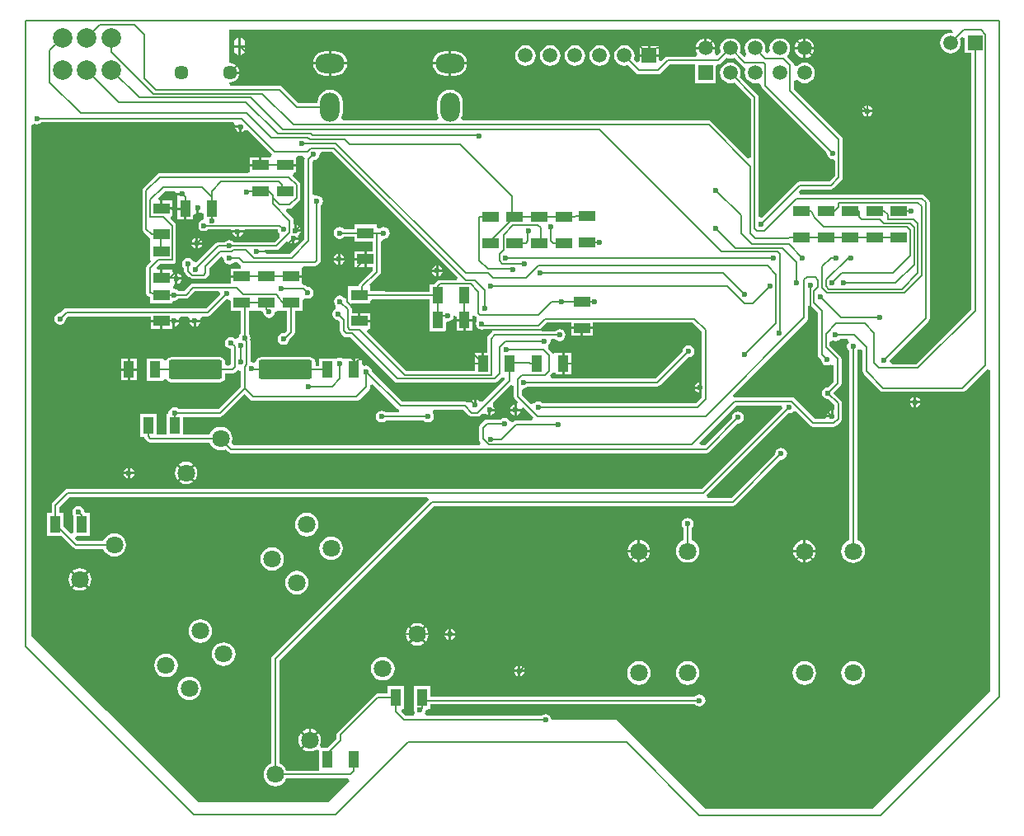
<source format=gbl>
G04 Layer_Physical_Order=2*
G04 Layer_Color=16711680*
%FSLAX44Y44*%
%MOMM*%
G71*
G01*
G75*
%ADD24R,1.1000X1.7000*%
%ADD28R,1.7000X1.1000*%
%ADD30C,0.2000*%
%ADD32C,2.0000*%
%ADD33C,1.8000*%
%ADD34R,1.5000X1.5000*%
%ADD35C,1.5000*%
%ADD36C,1.4500*%
%ADD37O,2.0000X3.0000*%
%ADD38O,2.9972X1.9812*%
%ADD39C,0.6000*%
G04:AMPARAMS|DCode=40|XSize=5.5mm|YSize=2mm|CornerRadius=0.25mm|HoleSize=0mm|Usage=FLASHONLY|Rotation=0.000|XOffset=0mm|YOffset=0mm|HoleType=Round|Shape=RoundedRectangle|*
%AMROUNDEDRECTD40*
21,1,5.5000,1.5000,0,0,0.0*
21,1,5.0000,2.0000,0,0,0.0*
1,1,0.5000,2.5000,-0.7500*
1,1,0.5000,-2.5000,-0.7500*
1,1,0.5000,-2.5000,0.7500*
1,1,0.5000,2.5000,0.7500*
%
%ADD40ROUNDEDRECTD40*%
G36*
X154405Y639100D02*
X161000D01*
Y636600D01*
X155641D01*
X155819Y635704D01*
X156300Y633300D01*
X156300Y633300D01*
X156300Y633300D01*
Y623550D01*
X164300D01*
Y622300D01*
X165550D01*
Y611300D01*
X172300D01*
Y616089D01*
X173136Y616821D01*
X175300Y618004D01*
X175534Y617957D01*
Y623316D01*
X178034D01*
Y617957D01*
X178930Y618135D01*
X179800Y618717D01*
X182718Y617467D01*
X182800Y617388D01*
Y611321D01*
X180539Y610871D01*
X178554Y609545D01*
X177228Y607561D01*
X176763Y605219D01*
X177228Y602878D01*
X178554Y600894D01*
X180539Y599568D01*
X182880Y599102D01*
X185221Y599568D01*
X187206Y600894D01*
X187371Y601141D01*
X211001D01*
X211552Y600470D01*
X224820D01*
X225371Y601141D01*
X259067D01*
X259498Y598971D01*
X260824Y596986D01*
X260757Y593423D01*
X255668Y588334D01*
X239799D01*
X239799Y588334D01*
X239799Y588334D01*
X214004D01*
X213876Y588526D01*
X211891Y589852D01*
X209550Y590317D01*
X207209Y589852D01*
X205224Y588526D01*
X205059Y588278D01*
X198722D01*
X198442Y588334D01*
X196881Y588023D01*
X195558Y587140D01*
X195558Y587139D01*
X175860Y567441D01*
X172743Y568170D01*
X172538Y568362D01*
X171326Y570176D01*
X169341Y571502D01*
X167000Y571968D01*
X164659Y571502D01*
X162674Y570176D01*
X161348Y568191D01*
X160882Y565850D01*
X161348Y563509D01*
X162674Y561524D01*
X162922Y561359D01*
Y558691D01*
X162922Y558691D01*
X163232Y557130D01*
X164116Y555807D01*
X168737Y551186D01*
X170060Y550302D01*
X171621Y549992D01*
X171621Y549992D01*
X182880D01*
X182880Y549992D01*
X184441Y550302D01*
X185764Y551186D01*
X188050Y553472D01*
X188050Y553472D01*
X188934Y554795D01*
X189244Y556356D01*
Y561937D01*
X200763Y573455D01*
X203245Y572128D01*
X203468Y571677D01*
X203433Y571500D01*
X203898Y569159D01*
X205224Y567174D01*
X207209Y565848D01*
X209550Y565382D01*
X211891Y565848D01*
X213876Y567174D01*
X214041Y567422D01*
X218021D01*
X220636Y564806D01*
X221469Y564250D01*
X221260Y562033D01*
X220970Y561250D01*
X211250D01*
Y554500D01*
X222250D01*
Y552000D01*
X211250D01*
Y545860D01*
X172466D01*
X172466Y545860D01*
X170905Y545550D01*
X169582Y544666D01*
X169582Y544666D01*
X163195Y538279D01*
X156891D01*
X156726Y538526D01*
X154741Y539852D01*
X152597Y540279D01*
X151931Y541432D01*
X152635Y544648D01*
X153750Y545436D01*
Y550850D01*
Y556209D01*
X153700Y556199D01*
X151336Y557559D01*
X150700Y558200D01*
Y559650D01*
X140950D01*
Y551650D01*
X138450D01*
Y559650D01*
X135828D01*
X134586Y562650D01*
X137833Y565898D01*
X151201D01*
X152761Y566208D01*
X154085Y567092D01*
X154969Y568415D01*
X155279Y569976D01*
Y604600D01*
X154969Y606161D01*
X154085Y607484D01*
X154084Y607484D01*
X149240Y612328D01*
X150388Y615100D01*
X150700D01*
Y621850D01*
X139700D01*
Y623100D01*
X138450D01*
Y631100D01*
X137387D01*
X136239Y633872D01*
X143195Y640828D01*
X153041D01*
X154405Y639100D01*
D02*
G37*
G36*
X807116Y523150D02*
X813857Y516409D01*
Y472985D01*
X813857Y472985D01*
X814168Y471424D01*
X815052Y470101D01*
X817247Y467906D01*
X817189Y467614D01*
X817655Y465273D01*
X818981Y463288D01*
X820966Y461962D01*
X823307Y461497D01*
X825648Y461962D01*
X826857Y462770D01*
X829441Y461787D01*
X829857Y461441D01*
Y444949D01*
X824292Y439384D01*
X824000Y439441D01*
X821659Y438976D01*
X819674Y437650D01*
X818348Y435665D01*
X817882Y433324D01*
X818348Y430983D01*
X819674Y428998D01*
X821659Y427672D01*
X824000Y427206D01*
X824292Y427265D01*
X830566Y420991D01*
Y417005D01*
X829750Y416336D01*
Y409702D01*
X828500D01*
Y408452D01*
X821958D01*
X820579Y406668D01*
X810679D01*
X789776Y427572D01*
X788453Y428456D01*
X786892Y428766D01*
X786892Y428766D01*
X728726D01*
X728726Y428766D01*
X727923Y428607D01*
X726891Y429727D01*
X726254Y431181D01*
X802730Y507656D01*
X803614Y508979D01*
X803924Y510540D01*
Y522527D01*
X806924Y523437D01*
X807116Y523150D01*
D02*
G37*
G36*
X285646Y676397D02*
X286877Y674150D01*
X286752Y673518D01*
X286752Y673518D01*
Y591477D01*
X271615Y576340D01*
X247709D01*
X245661Y579321D01*
X245999Y580177D01*
X257358D01*
X257358Y580177D01*
X258918Y580488D01*
X260242Y581372D01*
X267425Y588556D01*
X271185Y588154D01*
X273004Y586939D01*
X273900Y586761D01*
Y592120D01*
X275150D01*
Y593370D01*
X280509D01*
X280331Y594266D01*
X279730Y595165D01*
X281333Y596237D01*
X282549Y598056D01*
X282727Y598952D01*
X277368D01*
Y600202D01*
X276118D01*
Y606836D01*
X275350Y607466D01*
Y610362D01*
X275040Y611923D01*
X274156Y613246D01*
X274156Y613246D01*
X267634Y619768D01*
X268782Y622540D01*
X271272D01*
X271272Y622540D01*
X272833Y622850D01*
X274156Y623734D01*
X281268Y630846D01*
X281268Y630846D01*
X282152Y632169D01*
X282462Y633730D01*
X282462Y633730D01*
Y647192D01*
X282152Y648753D01*
X281268Y650076D01*
X281268Y650076D01*
X274794Y656550D01*
X276036Y659550D01*
X277700D01*
Y666300D01*
X266700D01*
Y668800D01*
X277700D01*
Y674150D01*
X277700Y675550D01*
X280037Y677150D01*
X284838D01*
X285646Y676397D01*
D02*
G37*
G36*
X214331Y710516D02*
X215658Y708186D01*
X215641Y708100D01*
X221000D01*
Y706850D01*
X222250D01*
Y701491D01*
X223146Y701669D01*
X224965Y702885D01*
X228485Y702753D01*
X252894Y678344D01*
X252894Y678344D01*
X253053Y678238D01*
X251676Y675550D01*
X242550D01*
Y667550D01*
X241300D01*
Y666300D01*
X230300D01*
Y662144D01*
X230300Y659550D01*
X227468Y659144D01*
X138176D01*
X138176Y659144D01*
X136615Y658834D01*
X135292Y657950D01*
X121316Y643974D01*
X120432Y642651D01*
X120121Y641090D01*
X120122Y641090D01*
Y601948D01*
X120121Y601948D01*
X120432Y600387D01*
X121316Y599064D01*
X127164Y593216D01*
X127164Y593216D01*
X128200Y592524D01*
Y587600D01*
X128200D01*
Y587150D01*
X128200D01*
Y570150D01*
X128200D01*
X128888Y568488D01*
X125132Y564732D01*
X124248Y563409D01*
X123938Y561848D01*
X123938Y561848D01*
Y536232D01*
X124025Y535790D01*
X124036Y535340D01*
X124179Y535017D01*
X124248Y534671D01*
X124498Y534297D01*
X124681Y533885D01*
X124936Y533642D01*
X125132Y533348D01*
X125507Y533098D01*
X125833Y532787D01*
X126162Y532660D01*
X126455Y532464D01*
X126897Y532376D01*
X127317Y532214D01*
X128200Y532061D01*
Y525700D01*
X151200D01*
Y527098D01*
X152400Y528083D01*
X154741Y528548D01*
X156726Y529874D01*
X156891Y530122D01*
X164884D01*
X164884Y530122D01*
X166445Y530432D01*
X167768Y531316D01*
X174155Y537704D01*
X198544D01*
X199898Y536054D01*
X200133Y534704D01*
X185636Y520206D01*
X42164D01*
X42164Y520206D01*
X40603Y519896D01*
X39280Y519012D01*
X35892Y515624D01*
X35600Y515682D01*
X33259Y515216D01*
X31274Y513890D01*
X29948Y511905D01*
X29483Y509564D01*
X29948Y507223D01*
X31274Y505238D01*
X33259Y503912D01*
X35600Y503447D01*
X37941Y503912D01*
X39926Y505238D01*
X41252Y507223D01*
X41718Y509564D01*
X41660Y509856D01*
X43853Y512050D01*
X128700D01*
Y508450D01*
X139700D01*
Y507200D01*
X140950D01*
Y499200D01*
X150700D01*
Y500140D01*
X151220Y500566D01*
Y507200D01*
X152470D01*
Y508450D01*
X157829D01*
X157710Y509050D01*
X157809Y509582D01*
X159452Y512050D01*
X167046D01*
X168690Y509582D01*
X168788Y509050D01*
X168669Y508450D01*
X179387D01*
X179268Y509050D01*
X179366Y509582D01*
X181010Y512050D01*
X187325D01*
X187325Y512050D01*
X188886Y512360D01*
X190209Y513244D01*
X206269Y529304D01*
X206561Y529246D01*
X207750Y529483D01*
X210750Y527613D01*
Y517750D01*
X221128D01*
Y494620D01*
X220881Y494454D01*
X219555Y492470D01*
X219176Y490566D01*
X218144Y489695D01*
X215326Y489176D01*
X213341Y490502D01*
X211000Y490967D01*
X208659Y490502D01*
X206674Y489176D01*
X205348Y487191D01*
X204883Y484850D01*
X205348Y482509D01*
X206674Y480524D01*
X208659Y479198D01*
X210922Y478748D01*
Y462779D01*
X208482Y461484D01*
X208285Y461412D01*
X205358Y462519D01*
Y464700D01*
X204931Y466846D01*
X203715Y468665D01*
X201896Y469881D01*
X199750Y470308D01*
X149750D01*
X147604Y469881D01*
X145785Y468665D01*
X144850Y467266D01*
X143128Y467333D01*
X141850Y467765D01*
Y468700D01*
X124850D01*
Y445700D01*
X141850D01*
Y446635D01*
X143128Y447067D01*
X144850Y447134D01*
X145785Y445735D01*
X147604Y444519D01*
X149750Y444092D01*
X199750D01*
X201896Y444519D01*
X203715Y445735D01*
X204931Y447554D01*
X205358Y449700D01*
Y453122D01*
X212344D01*
X212344Y453122D01*
X213905Y453432D01*
X215228Y454316D01*
X217966Y457054D01*
X218207Y457048D01*
X220966Y456116D01*
Y439839D01*
X197955Y416828D01*
X157691D01*
X157526Y417076D01*
X155541Y418402D01*
X153200Y418867D01*
X150859Y418402D01*
X148874Y417076D01*
X147548Y415091D01*
X147083Y412750D01*
X146098Y411550D01*
X144700D01*
Y390672D01*
X134700D01*
Y411550D01*
X117700D01*
Y388550D01*
X122141D01*
X122432Y387089D01*
X123316Y385766D01*
X125372Y383710D01*
X125373Y383710D01*
X126696Y382826D01*
X128256Y382515D01*
X128257Y382515D01*
X189168D01*
X189985Y380542D01*
X191908Y378035D01*
X194415Y376112D01*
X197334Y374902D01*
X200467Y374490D01*
X203600Y374902D01*
X205573Y375720D01*
X208511Y372782D01*
X209834Y371898D01*
X211395Y371588D01*
X211395Y371588D01*
X699262D01*
X699262Y371588D01*
X700823Y371898D01*
X702146Y372782D01*
X731482Y402118D01*
X731774Y402061D01*
X734115Y402526D01*
X736100Y403852D01*
X737426Y405837D01*
X737891Y408178D01*
X737426Y410519D01*
X736100Y412504D01*
X734115Y413830D01*
X731774Y414296D01*
X729433Y413830D01*
X727448Y412504D01*
X726122Y410519D01*
X725657Y408178D01*
X725714Y407886D01*
X697573Y379744D01*
X693470D01*
X692322Y382516D01*
X730415Y420610D01*
X776227D01*
X776304Y420515D01*
X777250Y417610D01*
X694427Y334786D01*
X43396D01*
X43396Y334786D01*
X41835Y334476D01*
X40512Y333592D01*
X40512Y333592D01*
X28066Y321146D01*
X27182Y319823D01*
X26872Y318262D01*
X26872Y318262D01*
Y309950D01*
X22450D01*
Y286950D01*
X36682D01*
X49278Y274355D01*
X49278Y274355D01*
X50601Y273470D01*
X52161Y273160D01*
X52162Y273160D01*
X80062D01*
X80880Y271187D01*
X82803Y268680D01*
X85310Y266756D01*
X88229Y265547D01*
X91362Y265135D01*
X94494Y265547D01*
X97414Y266756D01*
X99920Y268680D01*
X101844Y271187D01*
X103053Y274106D01*
X103465Y277239D01*
X103053Y280371D01*
X101844Y283290D01*
X99920Y285797D01*
X97414Y287720D01*
X94494Y288930D01*
X91362Y289342D01*
X88229Y288930D01*
X85310Y287720D01*
X82803Y285797D01*
X80880Y283290D01*
X80062Y281317D01*
X53851D01*
X51218Y283950D01*
X52460Y286950D01*
X66450D01*
Y309950D01*
X63142D01*
X60473Y311150D01*
X60008Y313491D01*
X58682Y315476D01*
X56697Y316802D01*
X54356Y317267D01*
X52015Y316802D01*
X50030Y315476D01*
X48704Y313491D01*
X48239Y311150D01*
X48704Y308809D01*
X49450Y307693D01*
Y289960D01*
X46450Y288717D01*
X39450Y295718D01*
Y309950D01*
X35028D01*
Y316573D01*
X45085Y326630D01*
X412870D01*
X413425Y325838D01*
X414012Y323630D01*
X253761Y163379D01*
X252877Y162055D01*
X252566Y160495D01*
X252566Y160494D01*
Y52794D01*
X250593Y51976D01*
X248086Y50053D01*
X246163Y47546D01*
X244953Y44627D01*
X244541Y41494D01*
X244953Y38362D01*
X246163Y35443D01*
X248086Y32936D01*
X250593Y31012D01*
X253512Y29803D01*
X256645Y29391D01*
X259777Y29803D01*
X262696Y31012D01*
X265203Y32936D01*
X267127Y35443D01*
X267944Y37416D01*
X331623D01*
X332866Y34416D01*
X311150Y12700D01*
X177800D01*
X82550Y107950D01*
X6350Y184150D01*
Y708004D01*
X9343Y709612D01*
X11684Y709146D01*
X14025Y709612D01*
X16010Y710938D01*
X16175Y711186D01*
X213674D01*
X214331Y710516D01*
D02*
G37*
G36*
X694676Y496322D02*
Y445833D01*
X694250Y445484D01*
Y438850D01*
Y432216D01*
X694429Y432069D01*
X694522Y429017D01*
X688175Y422670D01*
X531541D01*
X531376Y422918D01*
X529391Y424244D01*
X527050Y424710D01*
X524709Y424244D01*
X522724Y422918D01*
X522664Y422828D01*
X518862Y422388D01*
X509892Y431357D01*
Y436551D01*
X511814Y438129D01*
X514155Y438594D01*
X516140Y439920D01*
X516305Y440168D01*
X648970D01*
X648970Y440168D01*
X650531Y440478D01*
X651854Y441362D01*
X680682Y470191D01*
X680974Y470132D01*
X683315Y470598D01*
X685300Y471924D01*
X686626Y473909D01*
X687092Y476250D01*
X686626Y478591D01*
X685300Y480576D01*
X683315Y481902D01*
X680974Y482368D01*
X678633Y481902D01*
X676648Y480576D01*
X675322Y478591D01*
X674856Y476250D01*
X674914Y475958D01*
X647281Y448324D01*
X540123D01*
X538880Y451324D01*
X540602Y453046D01*
X540602Y453046D01*
X541486Y454369D01*
X544450Y453893D01*
Y452550D01*
X551200D01*
Y463550D01*
Y474550D01*
X544450D01*
Y474223D01*
X541486Y473747D01*
X540602Y475070D01*
X537090Y478582D01*
X537312Y482338D01*
X538638Y484323D01*
X539104Y486664D01*
X540759Y488682D01*
X544149D01*
X544314Y488434D01*
X546299Y487108D01*
X548640Y486642D01*
X550981Y487108D01*
X552966Y488434D01*
X554292Y490419D01*
X554757Y492760D01*
X554292Y495101D01*
X552966Y497086D01*
X550981Y498412D01*
X548640Y498877D01*
X546299Y498412D01*
X544314Y497086D01*
X544149Y496838D01*
X530399D01*
X529489Y499838D01*
X529680Y499966D01*
X535159Y505446D01*
X560500D01*
Y501300D01*
X582500D01*
Y505446D01*
X685552D01*
X694676Y496322D01*
D02*
G37*
G36*
X382402Y417232D02*
X382402Y417232D01*
X383725Y416348D01*
X384106Y416272D01*
X383811Y413272D01*
X370505D01*
X370340Y413520D01*
X368355Y414846D01*
X366014Y415312D01*
X363673Y414846D01*
X361688Y413520D01*
X360362Y411535D01*
X359897Y409194D01*
X360362Y406853D01*
X361688Y404868D01*
X363673Y403542D01*
X366014Y403077D01*
X368355Y403542D01*
X370340Y404868D01*
X370505Y405116D01*
X409021D01*
X409186Y404868D01*
X411171Y403542D01*
X413512Y403077D01*
X415853Y403542D01*
X417838Y404868D01*
X419164Y406853D01*
X419630Y409194D01*
X419164Y411535D01*
X418160Y413038D01*
X418705Y414858D01*
X419469Y416038D01*
X449923D01*
X455776Y410184D01*
X457099Y409300D01*
X458660Y408990D01*
X458660Y408990D01*
X464211D01*
X464211Y408990D01*
X465772Y409300D01*
X467095Y410184D01*
X468852Y411941D01*
X472532Y411833D01*
X474351Y410617D01*
X475247Y410439D01*
Y415798D01*
X476497D01*
Y417048D01*
X481856D01*
X481678Y417944D01*
X480463Y419763D01*
X480355Y423443D01*
X498736Y441825D01*
X501736Y440582D01*
Y429668D01*
X501736Y429668D01*
X502046Y428107D01*
X502930Y426784D01*
X505765Y423949D01*
X504424Y421440D01*
Y417048D01*
X508816D01*
X511325Y418389D01*
X521570Y408144D01*
X520327Y405144D01*
X504252D01*
X504252Y405144D01*
X502691Y404834D01*
X501368Y403950D01*
X501368Y403950D01*
X500860Y403442D01*
X497743Y404170D01*
X497538Y404362D01*
X496326Y406176D01*
X494341Y407502D01*
X492000Y407967D01*
X489659Y407502D01*
X487674Y406176D01*
X487509Y405928D01*
X474158D01*
X474158Y405928D01*
X472598Y405618D01*
X471274Y404734D01*
X466934Y400394D01*
X466050Y399071D01*
X465740Y397510D01*
X465740Y397510D01*
Y386254D01*
X465740Y386254D01*
X466050Y384693D01*
X466934Y383370D01*
X467788Y382516D01*
X466640Y379744D01*
X213517D01*
X211608Y382133D01*
X212158Y383461D01*
X212570Y386594D01*
X212158Y389726D01*
X210949Y392645D01*
X209025Y395152D01*
X206519Y397076D01*
X203600Y398285D01*
X200467Y398697D01*
X197334Y398285D01*
X194415Y397076D01*
X191908Y395152D01*
X189985Y392645D01*
X189168Y390672D01*
X161700D01*
Y408672D01*
X199644D01*
X199644Y408672D01*
X201205Y408982D01*
X202528Y409866D01*
X225044Y432382D01*
X230796Y426630D01*
X230796Y426630D01*
X232119Y425746D01*
X233680Y425436D01*
X233680Y425436D01*
X340106D01*
X340106Y425436D01*
X341667Y425746D01*
X342990Y426630D01*
X352934Y436574D01*
X352934Y436574D01*
X353818Y437897D01*
X354128Y439458D01*
X354128Y439458D01*
Y441586D01*
X356900Y442734D01*
X382402Y417232D01*
D02*
G37*
G36*
X443820Y552188D02*
X442672Y549416D01*
X425882D01*
X425882Y549416D01*
X424321Y549106D01*
X422998Y548222D01*
X420966Y546190D01*
X420104Y544900D01*
X415350D01*
Y537478D01*
X384417D01*
X354400Y538057D01*
Y542700D01*
X354400D01*
X353585Y544667D01*
X363818Y554900D01*
X364702Y556223D01*
X365012Y557784D01*
X365012Y557784D01*
Y589178D01*
X368012Y591589D01*
X368046Y591583D01*
X370387Y592048D01*
X372372Y593374D01*
X373698Y595359D01*
X374164Y597700D01*
X373698Y600041D01*
X372372Y602026D01*
X370387Y603352D01*
X368046Y603818D01*
X365705Y603352D01*
X363720Y602026D01*
X362921Y601988D01*
X360750Y604058D01*
Y606200D01*
X337750D01*
Y601778D01*
X327311D01*
X327146Y602026D01*
X325161Y603352D01*
X322820Y603818D01*
X320479Y603352D01*
X318494Y602026D01*
X317168Y600041D01*
X316703Y597700D01*
X317168Y595359D01*
X318494Y593374D01*
X320479Y592048D01*
X322820Y591583D01*
X325161Y592048D01*
X327146Y593374D01*
X327311Y593622D01*
X337750D01*
Y589200D01*
X356856D01*
Y578700D01*
X350500D01*
Y570700D01*
Y562700D01*
X356856D01*
Y559473D01*
X343064Y545682D01*
X342180Y544359D01*
X341870Y542798D01*
X339024Y542700D01*
X331400D01*
Y530653D01*
X330756Y530409D01*
X328400Y530154D01*
X327414Y531630D01*
X325429Y532956D01*
X323088Y533422D01*
X320747Y532956D01*
X318762Y531630D01*
X317436Y529645D01*
X316971Y527304D01*
X317436Y524963D01*
X318762Y522978D01*
X318830Y521998D01*
X318393Y519617D01*
X316984Y518676D01*
X315658Y516691D01*
X315193Y514350D01*
X315658Y512009D01*
X316984Y510024D01*
X318969Y508698D01*
X321310Y508232D01*
X323185Y506015D01*
Y497081D01*
X323185Y497081D01*
X323496Y495521D01*
X324380Y494198D01*
X326859Y491718D01*
X326859Y491718D01*
X328182Y490834D01*
X329743Y490524D01*
X333527D01*
X378884Y445166D01*
X380207Y444282D01*
X381768Y443971D01*
X381768Y443972D01*
X481584D01*
X481584Y443971D01*
X483145Y444282D01*
X484468Y445166D01*
X488816Y449515D01*
X491750Y448749D01*
X491982Y448573D01*
X492228Y446852D01*
X469592Y424216D01*
X465935Y424802D01*
X465737Y425097D01*
X463918Y426313D01*
X463022Y426491D01*
Y421132D01*
X460522D01*
Y426491D01*
X459626Y426313D01*
X457807Y425097D01*
X457340Y424398D01*
X456396Y423935D01*
X454200Y423536D01*
X453597Y423601D01*
X453173Y423884D01*
X451612Y424194D01*
X451612Y424194D01*
X386975D01*
X356110Y455060D01*
X356168Y455352D01*
X355702Y457693D01*
X354376Y459678D01*
X352391Y461004D01*
X350050Y461469D01*
X348350Y461131D01*
X346213Y462292D01*
X345350Y463036D01*
Y468200D01*
X338600D01*
Y457200D01*
X336100D01*
Y468200D01*
X329350D01*
Y468200D01*
X326475Y468503D01*
X325429Y469202D01*
X323088Y469668D01*
X320747Y469202D01*
X318850Y468700D01*
Y468700D01*
X318850Y468700D01*
X301850D01*
Y461278D01*
X297858D01*
Y464700D01*
X297431Y466846D01*
X296215Y468665D01*
X294396Y469881D01*
X292250Y470308D01*
X242250D01*
X240104Y469881D01*
X238285Y468665D01*
X237069Y466846D01*
X236971Y466351D01*
X234564Y464658D01*
X233642Y464640D01*
X232000Y464966D01*
X231078Y465722D01*
Y486589D01*
X231078Y486589D01*
X230844Y487766D01*
X230858Y487788D01*
X231324Y490129D01*
X230858Y492470D01*
X229532Y494454D01*
X229285Y494620D01*
Y517750D01*
X233750D01*
Y517750D01*
X236150D01*
Y517750D01*
X241235D01*
X244072Y516636D01*
X244538Y514295D01*
X245864Y512310D01*
X247849Y510984D01*
X250190Y510518D01*
X252531Y510984D01*
X254516Y512310D01*
X255842Y514295D01*
X256308Y516636D01*
X256509Y516882D01*
X259150Y517750D01*
X261550D01*
Y517750D01*
X262150Y517750D01*
X268718D01*
Y497629D01*
X265881Y494792D01*
X265000Y494967D01*
X262659Y494502D01*
X260674Y493176D01*
X259348Y491191D01*
X258883Y488850D01*
X259348Y486509D01*
X260674Y484524D01*
X262659Y483198D01*
X265000Y482733D01*
X267341Y483198D01*
X269326Y484524D01*
X270652Y486509D01*
X271029Y488405D01*
X275680Y493056D01*
X275680Y493056D01*
X276564Y494379D01*
X276874Y495940D01*
Y517750D01*
X284550D01*
Y529037D01*
X287539Y530648D01*
X289880Y530183D01*
X292221Y530648D01*
X294206Y531974D01*
X295532Y533959D01*
X295998Y536300D01*
X295532Y538641D01*
X294206Y540626D01*
X292221Y541952D01*
X289880Y542418D01*
X289588Y542360D01*
X288700Y543248D01*
X287377Y544132D01*
X286647Y544277D01*
X285643Y544653D01*
X284050Y546596D01*
Y552000D01*
X273050D01*
Y554500D01*
X284050D01*
Y561250D01*
X285591Y563612D01*
X297434D01*
X297434Y563612D01*
X298995Y563922D01*
X300318Y564806D01*
X302350Y566838D01*
X303234Y568161D01*
X303544Y569722D01*
X303544Y569722D01*
Y625683D01*
X303792Y625848D01*
X305118Y627833D01*
X305583Y630174D01*
X305118Y632515D01*
X303792Y634500D01*
X301807Y635826D01*
X299466Y636292D01*
X297908Y635982D01*
X295605Y637284D01*
X294908Y637953D01*
Y669679D01*
X295910Y672480D01*
X298251Y672946D01*
X300236Y674272D01*
X301562Y676257D01*
X302027Y678598D01*
X303757Y680706D01*
X315303D01*
X443820Y552188D01*
D02*
G37*
G36*
X384300Y529322D02*
X384339Y529329D01*
X384378Y529322D01*
X415350D01*
Y521900D01*
X415350D01*
Y519500D01*
X415350D01*
Y496500D01*
X432350D01*
Y505492D01*
X433832Y506708D01*
X436173Y507174D01*
X438158Y508500D01*
X439484Y510485D01*
X439850Y512326D01*
X442850Y512030D01*
Y509250D01*
X450850D01*
X458850D01*
Y512364D01*
X460039Y512774D01*
X461850Y512863D01*
X462444Y511974D01*
X462947Y511471D01*
X463454Y510462D01*
X463467Y507517D01*
X462978Y506785D01*
X462513Y504444D01*
X462978Y502103D01*
X464304Y500118D01*
X466289Y498792D01*
X468630Y498326D01*
X470868Y498772D01*
X478489D01*
X479399Y495772D01*
X479208Y495644D01*
X479208Y495644D01*
X475517Y491952D01*
X474632Y490629D01*
X474322Y489068D01*
X474322Y489068D01*
Y474550D01*
X471150D01*
Y463550D01*
X469900D01*
Y462300D01*
X461900D01*
Y456128D01*
X391141D01*
X350841Y496428D01*
X351990Y499200D01*
X353900D01*
Y505950D01*
X342900D01*
Y507200D01*
X341650D01*
Y515200D01*
X335342D01*
Y519128D01*
X335342Y519128D01*
X335032Y520689D01*
X334148Y522012D01*
X333460Y522700D01*
X334702Y525700D01*
X354400D01*
Y527757D01*
X356542Y529858D01*
X384300Y529322D01*
D02*
G37*
G36*
X952322Y803450D02*
X952023Y803174D01*
X950000Y803440D01*
X947259Y803080D01*
X944705Y802021D01*
X942511Y800339D01*
X940828Y798145D01*
X939770Y795591D01*
X939410Y792850D01*
X939770Y790109D01*
X940828Y787554D01*
X942511Y785361D01*
X944705Y783678D01*
X947259Y782620D01*
X950000Y782259D01*
X952741Y782620D01*
X955295Y783678D01*
X957489Y785361D01*
X959172Y787554D01*
X960230Y790109D01*
X960591Y792850D01*
X960230Y795591D01*
X959726Y796808D01*
X962129Y799211D01*
X964900Y798063D01*
Y782350D01*
X971322D01*
Y519636D01*
X914743Y463056D01*
X889647D01*
X887593Y466056D01*
X887751Y466852D01*
X887693Y467144D01*
X927444Y506894D01*
X928328Y508217D01*
X928638Y509778D01*
X928638Y509778D01*
Y629158D01*
X928328Y630719D01*
X927444Y632042D01*
X927444Y632042D01*
X923380Y636106D01*
X922057Y636990D01*
X920496Y637300D01*
X920496Y637300D01*
X795578D01*
X794430Y640072D01*
X796709Y642352D01*
X827024D01*
X827024Y642352D01*
X828585Y642662D01*
X829908Y643546D01*
X838290Y651928D01*
X838290Y651928D01*
X839174Y653251D01*
X839484Y654812D01*
Y693674D01*
X839484Y693674D01*
X839174Y695235D01*
X838290Y696558D01*
X838290Y696558D01*
X789446Y745401D01*
Y753708D01*
X792446Y754726D01*
X792611Y754511D01*
X794805Y752828D01*
X797359Y751770D01*
X800100Y751409D01*
X802841Y751770D01*
X805395Y752828D01*
X807589Y754511D01*
X809272Y756705D01*
X810330Y759259D01*
X810691Y762000D01*
X810330Y764741D01*
X809272Y767295D01*
X807589Y769489D01*
X805395Y771172D01*
X802841Y772230D01*
X800100Y772591D01*
X797359Y772230D01*
X794805Y771172D01*
X792611Y769489D01*
X792446Y769274D01*
X790809Y769463D01*
X789340Y770154D01*
X789136Y771181D01*
X788252Y772504D01*
X788252Y772504D01*
X782106Y778650D01*
X782189Y779911D01*
X783872Y782105D01*
X784930Y784659D01*
X785291Y787400D01*
X784930Y790141D01*
X783872Y792695D01*
X782189Y794889D01*
X779995Y796572D01*
X777441Y797630D01*
X774700Y797991D01*
X771959Y797630D01*
X769405Y796572D01*
X767211Y794889D01*
X765528Y792695D01*
X764470Y790141D01*
X764109Y787400D01*
X764393Y785246D01*
X763053Y783078D01*
X762382Y782330D01*
X761779Y782275D01*
X759932Y784232D01*
X759557Y784870D01*
X759891Y787400D01*
X759530Y790141D01*
X758472Y792695D01*
X756789Y794889D01*
X754595Y796572D01*
X752041Y797630D01*
X749300Y797991D01*
X746559Y797630D01*
X744005Y796572D01*
X741811Y794889D01*
X740128Y792695D01*
X739070Y790141D01*
X738709Y787400D01*
X739070Y784659D01*
X740128Y782105D01*
X740228Y781974D01*
X739026Y778614D01*
X738562Y778505D01*
X733626Y783442D01*
X734130Y784659D01*
X734491Y787400D01*
X734130Y790141D01*
X733072Y792695D01*
X731389Y794889D01*
X729195Y796572D01*
X726641Y797630D01*
X723900Y797991D01*
X721159Y797630D01*
X718605Y796572D01*
X716411Y794889D01*
X714728Y792695D01*
X713670Y790141D01*
X713309Y787400D01*
X713670Y784659D01*
X714174Y783442D01*
X710920Y780188D01*
X709511Y780395D01*
X709089Y780758D01*
X707784Y783681D01*
X708243Y784790D01*
X708422Y786150D01*
X688578D01*
X688757Y784790D01*
X689765Y782357D01*
X690209Y781778D01*
X688729Y778778D01*
X659466D01*
X657906Y778468D01*
X656582Y777584D01*
X656582Y777584D01*
X653372Y774373D01*
X650600Y775521D01*
Y778600D01*
X640600D01*
X630600D01*
Y774137D01*
X627829Y772989D01*
X624926Y775892D01*
X625430Y777109D01*
X625791Y779850D01*
X625430Y782591D01*
X624372Y785145D01*
X622689Y787339D01*
X620495Y789022D01*
X617941Y790080D01*
X615200Y790441D01*
X612459Y790080D01*
X609905Y789022D01*
X607711Y787339D01*
X606029Y785145D01*
X604971Y782591D01*
X604610Y779850D01*
X604971Y777109D01*
X606029Y774555D01*
X607711Y772361D01*
X609905Y770678D01*
X612459Y769620D01*
X615200Y769259D01*
X617941Y769620D01*
X619158Y770124D01*
X627372Y761910D01*
X627373Y761910D01*
X628696Y761026D01*
X630256Y760716D01*
X649560D01*
X649560Y760716D01*
X651121Y761026D01*
X652444Y761910D01*
X661156Y770622D01*
X688000D01*
Y751500D01*
X709000D01*
Y768758D01*
X711200Y770622D01*
X712761Y770932D01*
X714084Y771816D01*
X719942Y777674D01*
X721159Y777170D01*
X723900Y776809D01*
X726641Y777170D01*
X727858Y777674D01*
X735824Y769708D01*
X735824Y769708D01*
X737148Y768824D01*
X737639Y768726D01*
X739199Y766354D01*
X739390Y765514D01*
X739070Y764741D01*
X738709Y762000D01*
X739070Y759259D01*
X740128Y756705D01*
X741811Y754511D01*
X744005Y752828D01*
X746559Y751770D01*
X749300Y751409D01*
X752041Y751770D01*
X752722Y752052D01*
X755722Y750048D01*
Y748937D01*
X755722Y748937D01*
X756032Y747376D01*
X756917Y746053D01*
X823328Y679642D01*
X823270Y679350D01*
X823735Y677009D01*
X825061Y675024D01*
X827046Y673698D01*
X829387Y673232D01*
X831328Y671640D01*
Y656501D01*
X825335Y650508D01*
X795020D01*
X793459Y650198D01*
X792136Y649314D01*
X792136Y649314D01*
X756124Y613302D01*
X753219Y614248D01*
X753124Y614325D01*
Y736854D01*
X752814Y738415D01*
X751930Y739738D01*
X751930Y739738D01*
X733626Y758042D01*
X734130Y759259D01*
X734491Y762000D01*
X734130Y764741D01*
X733072Y767295D01*
X731389Y769489D01*
X729195Y771172D01*
X726641Y772230D01*
X723900Y772591D01*
X721159Y772230D01*
X718605Y771172D01*
X716411Y769489D01*
X714728Y767295D01*
X713670Y764741D01*
X713309Y762000D01*
X713670Y759259D01*
X714728Y756705D01*
X716411Y754511D01*
X718605Y752828D01*
X721159Y751770D01*
X723900Y751409D01*
X726641Y751770D01*
X727858Y752274D01*
X744968Y735165D01*
Y675436D01*
X742196Y674288D01*
X704720Y711764D01*
X703397Y712648D01*
X701836Y712958D01*
X701836Y712958D01*
X448899D01*
X447614Y715958D01*
X448665Y718496D01*
X449112Y721890D01*
Y731890D01*
X448665Y735284D01*
X447355Y738446D01*
X445272Y741162D01*
X442556Y743245D01*
X439394Y744555D01*
X436000Y745002D01*
X432606Y744555D01*
X429444Y743245D01*
X426728Y741162D01*
X424645Y738446D01*
X423335Y735284D01*
X422888Y731890D01*
Y721890D01*
X423335Y718496D01*
X424386Y715958D01*
X423100Y712958D01*
X325900D01*
X324614Y715958D01*
X325665Y718496D01*
X326112Y721890D01*
Y731890D01*
X325665Y735284D01*
X324356Y738446D01*
X322272Y741162D01*
X319556Y743245D01*
X316394Y744555D01*
X313000Y745002D01*
X309606Y744555D01*
X306444Y743245D01*
X303728Y741162D01*
X301644Y738446D01*
X300335Y735284D01*
X299888Y731890D01*
Y730772D01*
X280803D01*
X263709Y747866D01*
X262386Y748750D01*
X260826Y749060D01*
X260825Y749060D01*
X212451D01*
X209801Y749279D01*
X209711Y752262D01*
X210000Y752516D01*
X212545Y752851D01*
X214917Y753833D01*
X216954Y755396D01*
X218517Y757433D01*
X219499Y759805D01*
X219670Y761100D01*
X210000D01*
Y763600D01*
X219670D01*
X219499Y764895D01*
X218517Y767267D01*
X216954Y769304D01*
X214917Y770867D01*
X212545Y771849D01*
X210000Y772184D01*
X209550Y772579D01*
Y806450D01*
X951152D01*
X952322Y803450D01*
D02*
G37*
G36*
X845549Y486139D02*
X845629Y485708D01*
X844348Y483791D01*
X843882Y481450D01*
X844348Y479109D01*
X845674Y477124D01*
X845921Y476959D01*
Y282149D01*
X843948Y281332D01*
X841441Y279408D01*
X839518Y276902D01*
X838309Y273983D01*
X837896Y270850D01*
X838309Y267717D01*
X839518Y264798D01*
X841441Y262291D01*
X843948Y260368D01*
X846867Y259159D01*
X850000Y258746D01*
X853132Y259159D01*
X856052Y260368D01*
X858558Y262291D01*
X860482Y264798D01*
X861691Y267717D01*
X862103Y270850D01*
X861691Y273983D01*
X860482Y276902D01*
X858558Y279408D01*
X856052Y281332D01*
X854078Y282149D01*
Y476959D01*
X854326Y477124D01*
X854672Y477642D01*
X858146Y478258D01*
X859695Y476904D01*
Y455503D01*
X859695Y455503D01*
X860005Y453942D01*
X860889Y452619D01*
X877988Y435520D01*
X877988Y435520D01*
X879311Y434636D01*
X880872Y434326D01*
X962406D01*
X962406Y434326D01*
X963967Y434636D01*
X965290Y435520D01*
X987600Y457830D01*
X990600Y456588D01*
Y127000D01*
X869950Y6350D01*
X698500Y6350D01*
X607314Y97536D01*
X540318D01*
X540318Y97536D01*
X539852Y99877D01*
X538526Y101862D01*
X536541Y103188D01*
X534200Y103653D01*
X531859Y103188D01*
X529874Y101862D01*
X529709Y101614D01*
X411446D01*
X411429Y101632D01*
X410117Y104614D01*
X410782Y105609D01*
X411247Y107950D01*
X414068Y109150D01*
X415700D01*
Y113524D01*
X687659D01*
X687824Y113276D01*
X689809Y111950D01*
X692150Y111484D01*
X694491Y111950D01*
X696476Y113276D01*
X697802Y115261D01*
X698268Y117602D01*
X697802Y119943D01*
X696476Y121928D01*
X694491Y123254D01*
X692150Y123720D01*
X689809Y123254D01*
X687824Y121928D01*
X687659Y121680D01*
X415700D01*
Y132150D01*
X398700D01*
Y111948D01*
X398700Y109150D01*
X399237Y106771D01*
X399478Y105609D01*
X400143Y104614D01*
X398831Y101632D01*
X398814Y101614D01*
X390779D01*
X386244Y106150D01*
X387486Y109150D01*
X388700D01*
Y132150D01*
X371700D01*
Y124728D01*
X361950D01*
X360389Y124418D01*
X359066Y123534D01*
X359066Y123534D01*
X320966Y85434D01*
X320082Y84111D01*
X319772Y82550D01*
X319772Y82550D01*
Y77889D01*
X310532Y68650D01*
X303985D01*
X303101Y69744D01*
X302293Y71650D01*
X303204Y73848D01*
X303599Y76850D01*
X303204Y79852D01*
X302045Y82650D01*
X300969Y84052D01*
X292884Y75966D01*
X284798Y67881D01*
X286200Y66805D01*
X288998Y65646D01*
X292000Y65251D01*
X295002Y65646D01*
X297799Y66805D01*
X298850Y67611D01*
X301850Y66132D01*
Y45650D01*
X298882Y45573D01*
X267944D01*
X267127Y47546D01*
X265203Y50053D01*
X262696Y51976D01*
X260723Y52794D01*
Y158805D01*
X419149Y317232D01*
X726470D01*
X726470Y317232D01*
X728031Y317542D01*
X729354Y318426D01*
X775708Y364781D01*
X776000Y364723D01*
X778341Y365188D01*
X780326Y366514D01*
X781652Y368499D01*
X782117Y370840D01*
X781652Y373181D01*
X780326Y375166D01*
X778341Y376492D01*
X776000Y376958D01*
X773659Y376492D01*
X771674Y375166D01*
X770348Y373181D01*
X769882Y370840D01*
X769940Y370548D01*
X724781Y325388D01*
X700706D01*
X700151Y326180D01*
X699564Y328388D01*
X783708Y412533D01*
X784000Y412475D01*
X786341Y412940D01*
X788326Y414266D01*
X791257Y414555D01*
X806106Y399706D01*
X806106Y399706D01*
X807429Y398822D01*
X808990Y398512D01*
X808990Y398512D01*
X830072D01*
X830072Y398512D01*
X831633Y398822D01*
X832956Y399706D01*
X837528Y404278D01*
X837528Y404278D01*
X838412Y405601D01*
X838722Y407162D01*
Y422680D01*
X838412Y424241D01*
X837528Y425564D01*
X837528Y425564D01*
X830059Y433032D01*
X830117Y433324D01*
X830059Y433616D01*
X836819Y440376D01*
X836819Y440376D01*
X837703Y441699D01*
X838014Y443260D01*
X838014Y443260D01*
Y468243D01*
X838014Y468243D01*
X837703Y469804D01*
X836819Y471127D01*
X836819Y471127D01*
X826014Y481932D01*
Y485961D01*
X829014Y487565D01*
X829659Y487134D01*
X832000Y486668D01*
X834341Y487134D01*
X836326Y488460D01*
X836491Y488708D01*
X844662D01*
X845549Y486139D01*
D02*
G37*
%LPC*%
G36*
X163050Y621050D02*
X156300D01*
Y611300D01*
X163050D01*
Y621050D01*
D02*
G37*
G36*
X150700Y631100D02*
X140950D01*
Y624350D01*
X150700D01*
Y631100D01*
D02*
G37*
G36*
X156250Y556209D02*
Y552100D01*
X160359D01*
X160181Y552996D01*
X158965Y554815D01*
X157146Y556031D01*
X156250Y556209D01*
D02*
G37*
G36*
X160359Y549600D02*
X156250D01*
Y545491D01*
X157146Y545669D01*
X158965Y546885D01*
X160181Y548704D01*
X160359Y549600D01*
D02*
G37*
G36*
X181347Y585847D02*
X177237D01*
Y581738D01*
X178134Y581916D01*
X179953Y583131D01*
X181168Y584951D01*
X181347Y585847D01*
D02*
G37*
G36*
X174737D02*
X170628D01*
X170807Y584951D01*
X172022Y583131D01*
X173841Y581916D01*
X174737Y581738D01*
Y585847D01*
D02*
G37*
G36*
X216936Y597970D02*
X212827D01*
X213005Y597074D01*
X214221Y595254D01*
X216040Y594039D01*
X216936Y593860D01*
Y597970D01*
D02*
G37*
G36*
X223545D02*
X219436D01*
Y593860D01*
X220332Y594039D01*
X222151Y595254D01*
X223367Y597074D01*
X223545Y597970D01*
D02*
G37*
G36*
X174737Y592456D02*
X173841Y592277D01*
X172022Y591062D01*
X170807Y589243D01*
X170628Y588347D01*
X174737D01*
Y592456D01*
D02*
G37*
G36*
X177237D02*
Y588347D01*
X181347D01*
X181168Y589243D01*
X179953Y591062D01*
X178134Y592277D01*
X177237Y592456D01*
D02*
G37*
G36*
X827250Y415061D02*
X826354Y414883D01*
X824535Y413667D01*
X823319Y411848D01*
X823141Y410952D01*
X827250D01*
Y415061D01*
D02*
G37*
G36*
X278618Y605561D02*
Y601452D01*
X282727D01*
X282549Y602348D01*
X281333Y604167D01*
X279514Y605383D01*
X278618Y605561D01*
D02*
G37*
G36*
X280509Y590870D02*
X276400D01*
Y586761D01*
X277296Y586939D01*
X279115Y588154D01*
X280331Y589974D01*
X280509Y590870D01*
D02*
G37*
G36*
X174081Y358440D02*
X166879Y351238D01*
X174081Y344037D01*
X175157Y345439D01*
X176316Y348236D01*
X176711Y351238D01*
X176316Y354240D01*
X175157Y357038D01*
X174081Y358440D01*
D02*
G37*
G36*
X156142D02*
X155066Y357038D01*
X153908Y354240D01*
X153512Y351238D01*
X153908Y348236D01*
X155066Y345439D01*
X156142Y344037D01*
X163344Y351238D01*
X156142Y358440D01*
D02*
G37*
G36*
X111709Y349988D02*
X107600D01*
Y345879D01*
X108496Y346057D01*
X110315Y347273D01*
X111531Y349092D01*
X111709Y349988D01*
D02*
G37*
G36*
X105100Y356597D02*
X104204Y356419D01*
X102385Y355204D01*
X101169Y353384D01*
X100991Y352488D01*
X105100D01*
Y356597D01*
D02*
G37*
G36*
Y349988D02*
X100991D01*
X101169Y349092D01*
X102385Y347273D01*
X104204Y346057D01*
X105100Y345879D01*
Y349988D01*
D02*
G37*
G36*
X165112Y349471D02*
X157910Y342269D01*
X159312Y341193D01*
X162110Y340034D01*
X165112Y339639D01*
X168114Y340034D01*
X170911Y341193D01*
X172313Y342269D01*
X165112Y349471D01*
D02*
G37*
G36*
X288855Y310309D02*
X285723Y309896D01*
X282804Y308687D01*
X280297Y306764D01*
X278373Y304257D01*
X277164Y301338D01*
X276752Y298205D01*
X277164Y295072D01*
X278373Y292153D01*
X280297Y289647D01*
X282804Y287723D01*
X285723Y286514D01*
X288855Y286102D01*
X291988Y286514D01*
X294907Y287723D01*
X297414Y289647D01*
X299337Y292153D01*
X300546Y295072D01*
X300959Y298205D01*
X300546Y301338D01*
X299337Y304257D01*
X297414Y306764D01*
X294907Y308687D01*
X291988Y309896D01*
X288855Y310309D01*
D02*
G37*
G36*
X107600Y356597D02*
Y352488D01*
X111709D01*
X111531Y353384D01*
X110315Y355204D01*
X108496Y356419D01*
X107600Y356597D01*
D02*
G37*
G36*
X114350Y455950D02*
X107600D01*
Y446200D01*
X114350D01*
Y455950D01*
D02*
G37*
G36*
X105100D02*
X98350D01*
Y446200D01*
X105100D01*
Y455950D01*
D02*
G37*
G36*
X165112Y362837D02*
X162110Y362442D01*
X159312Y361283D01*
X157910Y360208D01*
X165112Y353006D01*
X172313Y360208D01*
X170911Y361283D01*
X168114Y362442D01*
X165112Y362837D01*
D02*
G37*
G36*
X314000Y285954D02*
X310867Y285541D01*
X307948Y284332D01*
X305441Y282409D01*
X303518Y279902D01*
X302309Y276983D01*
X301896Y273850D01*
X302309Y270718D01*
X303518Y267798D01*
X305441Y265292D01*
X307948Y263368D01*
X310867Y262159D01*
X314000Y261747D01*
X317132Y262159D01*
X320052Y263368D01*
X322558Y265292D01*
X324482Y267798D01*
X325691Y270718D01*
X326103Y273850D01*
X325691Y276983D01*
X324482Y279902D01*
X322558Y282409D01*
X320052Y284332D01*
X317132Y285541D01*
X314000Y285954D01*
D02*
G37*
G36*
X179750Y200954D02*
X176618Y200541D01*
X173699Y199332D01*
X171192Y197409D01*
X169268Y194902D01*
X168059Y191983D01*
X167647Y188850D01*
X168059Y185717D01*
X169268Y182798D01*
X171192Y180292D01*
X173699Y178368D01*
X176618Y177159D01*
X179750Y176747D01*
X182883Y177159D01*
X185802Y178368D01*
X188309Y180292D01*
X190232Y182798D01*
X191441Y185717D01*
X191854Y188850D01*
X191441Y191983D01*
X190232Y194902D01*
X188309Y197409D01*
X185802Y199332D01*
X182883Y200541D01*
X179750Y200954D01*
D02*
G37*
G36*
X203612Y177342D02*
X200479Y176929D01*
X197560Y175720D01*
X195053Y173797D01*
X193130Y171290D01*
X191920Y168371D01*
X191508Y165238D01*
X191920Y162106D01*
X193130Y159186D01*
X195053Y156680D01*
X197560Y154756D01*
X200479Y153547D01*
X203612Y153135D01*
X206744Y153547D01*
X209663Y154756D01*
X212170Y156680D01*
X214093Y159186D01*
X215303Y162106D01*
X215715Y165238D01*
X215303Y168371D01*
X214093Y171290D01*
X212170Y173797D01*
X209663Y175720D01*
X206744Y176929D01*
X203612Y177342D01*
D02*
G37*
G36*
X144394Y165598D02*
X141262Y165186D01*
X138343Y163977D01*
X135836Y162053D01*
X133912Y159546D01*
X132703Y156627D01*
X132291Y153495D01*
X132703Y150362D01*
X133912Y147443D01*
X135836Y144936D01*
X138343Y143013D01*
X141262Y141804D01*
X144394Y141391D01*
X147527Y141804D01*
X150446Y143013D01*
X152953Y144936D01*
X154876Y147443D01*
X156086Y150362D01*
X156498Y153495D01*
X156086Y156627D01*
X154876Y159546D01*
X152953Y162053D01*
X150446Y163977D01*
X147527Y165186D01*
X144394Y165598D01*
D02*
G37*
G36*
X168256Y141986D02*
X165124Y141574D01*
X162204Y140365D01*
X159698Y138441D01*
X157774Y135935D01*
X156565Y133015D01*
X156153Y129883D01*
X156565Y126750D01*
X157774Y123831D01*
X159698Y121324D01*
X162204Y119401D01*
X165124Y118192D01*
X168256Y117779D01*
X171389Y118192D01*
X174308Y119401D01*
X176815Y121324D01*
X178738Y123831D01*
X179947Y126750D01*
X180360Y129883D01*
X179947Y133015D01*
X178738Y135935D01*
X176815Y138441D01*
X174308Y140365D01*
X171389Y141574D01*
X168256Y141986D01*
D02*
G37*
G36*
X253500Y274953D02*
X250368Y274541D01*
X247448Y273332D01*
X244942Y271408D01*
X243018Y268902D01*
X241809Y265982D01*
X241397Y262850D01*
X241809Y259717D01*
X243018Y256798D01*
X244942Y254291D01*
X247448Y252368D01*
X250368Y251159D01*
X253500Y250746D01*
X256633Y251159D01*
X259552Y252368D01*
X262059Y254291D01*
X263982Y256798D01*
X265191Y259717D01*
X265604Y262850D01*
X265191Y265982D01*
X263982Y268902D01*
X262059Y271408D01*
X259552Y273332D01*
X256633Y274541D01*
X253500Y274953D01*
D02*
G37*
G36*
X64976Y249085D02*
X57774Y241883D01*
X64976Y234681D01*
X66052Y236084D01*
X67210Y238881D01*
X67606Y241883D01*
X67210Y244885D01*
X66052Y247683D01*
X64976Y249085D01*
D02*
G37*
G36*
X56006Y253482D02*
X53004Y253087D01*
X50207Y251928D01*
X48805Y250853D01*
X56006Y243651D01*
X63208Y250853D01*
X61806Y251928D01*
X59009Y253087D01*
X56006Y253482D01*
D02*
G37*
G36*
X47037Y249085D02*
X45961Y247683D01*
X44802Y244885D01*
X44407Y241883D01*
X44802Y238881D01*
X45961Y236084D01*
X47037Y234681D01*
X54239Y241883D01*
X47037Y249085D01*
D02*
G37*
G36*
X278645Y250598D02*
X275512Y250186D01*
X272593Y248977D01*
X270086Y247053D01*
X268163Y244547D01*
X266954Y241628D01*
X266541Y238495D01*
X266954Y235362D01*
X268163Y232443D01*
X270086Y229936D01*
X272593Y228013D01*
X275512Y226804D01*
X278645Y226391D01*
X281777Y226804D01*
X284696Y228013D01*
X287203Y229936D01*
X289127Y232443D01*
X290336Y235362D01*
X290748Y238495D01*
X290336Y241627D01*
X289127Y244547D01*
X287203Y247053D01*
X284696Y248977D01*
X281777Y250186D01*
X278645Y250598D01*
D02*
G37*
G36*
X56006Y240115D02*
X48805Y232914D01*
X50207Y231838D01*
X53004Y230679D01*
X56006Y230284D01*
X59009Y230679D01*
X61806Y231838D01*
X63208Y232914D01*
X56006Y240115D01*
D02*
G37*
G36*
X240050Y675550D02*
X230300D01*
Y668800D01*
X240050D01*
Y675550D01*
D02*
G37*
G36*
X219750Y705600D02*
X215641D01*
X215819Y704704D01*
X217035Y702885D01*
X218854Y701669D01*
X219750Y701491D01*
Y705600D01*
D02*
G37*
G36*
X172778Y505950D02*
X168669D01*
X168847Y505054D01*
X170063Y503235D01*
X171882Y502019D01*
X172778Y501841D01*
Y505950D01*
D02*
G37*
G36*
X179387D02*
X175278D01*
Y501841D01*
X176174Y502019D01*
X177993Y503235D01*
X179209Y505054D01*
X179387Y505950D01*
D02*
G37*
G36*
X138450D02*
X128700D01*
Y499200D01*
X138450D01*
Y505950D01*
D02*
G37*
G36*
X157829D02*
X153720D01*
Y501841D01*
X154616Y502019D01*
X156435Y503235D01*
X157651Y505054D01*
X157829Y505950D01*
D02*
G37*
G36*
X105100Y468200D02*
X98350D01*
Y458450D01*
X105100D01*
Y468200D01*
D02*
G37*
G36*
X114350D02*
X107600D01*
Y458450D01*
X114350D01*
Y468200D01*
D02*
G37*
G36*
X691750Y437600D02*
X687641D01*
X687819Y436704D01*
X689035Y434885D01*
X690854Y433669D01*
X691750Y433491D01*
Y437600D01*
D02*
G37*
G36*
Y444209D02*
X690854Y444031D01*
X689035Y442815D01*
X687819Y440996D01*
X687641Y440100D01*
X691750D01*
Y444209D01*
D02*
G37*
G36*
X560450Y462300D02*
X553700D01*
Y452550D01*
X560450D01*
Y462300D01*
D02*
G37*
G36*
Y474550D02*
X553700D01*
Y464800D01*
X560450D01*
Y474550D01*
D02*
G37*
G36*
X570250Y498800D02*
X560500D01*
Y492050D01*
X570250D01*
Y498800D01*
D02*
G37*
G36*
X582500D02*
X572750D01*
Y492050D01*
X582500D01*
Y498800D01*
D02*
G37*
G36*
X501924Y414548D02*
X497815D01*
X497993Y413652D01*
X499209Y411833D01*
X501028Y410617D01*
X501924Y410439D01*
Y414548D01*
D02*
G37*
G36*
X481856D02*
X477747D01*
Y410439D01*
X478643Y410617D01*
X480463Y411833D01*
X481678Y413652D01*
X481856Y414548D01*
D02*
G37*
G36*
X508533D02*
X504424D01*
Y410439D01*
X505320Y410617D01*
X507139Y411833D01*
X508355Y413652D01*
X508533Y414548D01*
D02*
G37*
G36*
X501924Y421157D02*
X501028Y420979D01*
X499209Y419763D01*
X497993Y417944D01*
X497815Y417048D01*
X501924D01*
Y421157D01*
D02*
G37*
G36*
X421660Y557550D02*
X417551D01*
X417729Y556654D01*
X418945Y554835D01*
X420764Y553619D01*
X421660Y553441D01*
Y557550D01*
D02*
G37*
G36*
X348000Y578700D02*
X338250D01*
Y571950D01*
X348000D01*
Y578700D01*
D02*
G37*
G36*
X424160Y564159D02*
Y560050D01*
X428269D01*
X428091Y560946D01*
X426875Y562765D01*
X425056Y563981D01*
X424160Y564159D01*
D02*
G37*
G36*
X348000Y569450D02*
X338250D01*
Y562700D01*
X348000D01*
Y569450D01*
D02*
G37*
G36*
X428269Y557550D02*
X424160D01*
Y553441D01*
X425056Y553619D01*
X426875Y554835D01*
X428091Y556654D01*
X428269Y557550D01*
D02*
G37*
G36*
X421660Y564159D02*
X420764Y563981D01*
X418945Y562765D01*
X417729Y560946D01*
X417551Y560050D01*
X421660D01*
Y564159D01*
D02*
G37*
G36*
X320822Y576059D02*
X319926Y575881D01*
X318107Y574665D01*
X316891Y572846D01*
X316713Y571950D01*
X320822D01*
Y576059D01*
D02*
G37*
G36*
X323322D02*
Y571950D01*
X327431D01*
X327253Y572846D01*
X326037Y574665D01*
X324218Y575881D01*
X323322Y576059D01*
D02*
G37*
G36*
X320822Y569450D02*
X316713D01*
X316891Y568554D01*
X318107Y566735D01*
X319926Y565519D01*
X320822Y565341D01*
Y569450D01*
D02*
G37*
G36*
X327431D02*
X323322D01*
Y565341D01*
X324218Y565519D01*
X326037Y566735D01*
X327253Y568554D01*
X327431Y569450D01*
D02*
G37*
G36*
X353900Y515200D02*
X344150D01*
Y508450D01*
X353900D01*
Y515200D01*
D02*
G37*
G36*
X468650Y474550D02*
X461900D01*
Y464800D01*
X468650D01*
Y474550D01*
D02*
G37*
G36*
X449600Y506750D02*
X442850D01*
Y497000D01*
X449600D01*
Y506750D01*
D02*
G37*
G36*
X458850D02*
X452100D01*
Y497000D01*
X458850D01*
Y506750D01*
D02*
G37*
G36*
X434750Y770600D02*
X418572D01*
X418833Y768611D01*
X420083Y765593D01*
X422072Y763002D01*
X424664Y761013D01*
X427681Y759763D01*
X430920Y759337D01*
X434750D01*
Y770600D01*
D02*
G37*
G36*
X453428D02*
X437250D01*
Y759337D01*
X441080D01*
X444319Y759763D01*
X447337Y761013D01*
X449928Y763002D01*
X451917Y765593D01*
X453167Y768611D01*
X453428Y770600D01*
D02*
G37*
G36*
X311750Y770600D02*
X295571D01*
X295833Y768611D01*
X297083Y765593D01*
X299072Y763002D01*
X301663Y761013D01*
X304681Y759763D01*
X307920Y759337D01*
X311750D01*
Y770600D01*
D02*
G37*
G36*
X330429D02*
X314250D01*
Y759337D01*
X318080D01*
X321319Y759763D01*
X324337Y761013D01*
X326928Y763002D01*
X328917Y765593D01*
X330167Y768611D01*
X330429Y770600D01*
D02*
G37*
G36*
X564400Y790441D02*
X561659Y790080D01*
X559105Y789022D01*
X556912Y787339D01*
X555229Y785145D01*
X554170Y782591D01*
X553810Y779850D01*
X554170Y777109D01*
X555229Y774555D01*
X556912Y772361D01*
X559105Y770678D01*
X561659Y769620D01*
X564400Y769259D01*
X567141Y769620D01*
X569696Y770678D01*
X571889Y772361D01*
X573572Y774555D01*
X574630Y777109D01*
X574991Y779850D01*
X574630Y782591D01*
X573572Y785145D01*
X571889Y787339D01*
X569696Y789022D01*
X567141Y790080D01*
X564400Y790441D01*
D02*
G37*
G36*
X589800D02*
X587059Y790080D01*
X584505Y789022D01*
X582312Y787339D01*
X580629Y785145D01*
X579571Y782591D01*
X579210Y779850D01*
X579571Y777109D01*
X580629Y774555D01*
X582312Y772361D01*
X584505Y770678D01*
X587059Y769620D01*
X589800Y769259D01*
X592541Y769620D01*
X595095Y770678D01*
X597289Y772361D01*
X598972Y774555D01*
X600030Y777109D01*
X600391Y779850D01*
X600030Y782591D01*
X598972Y785145D01*
X597289Y787339D01*
X595095Y789022D01*
X592541Y790080D01*
X589800Y790441D01*
D02*
G37*
G36*
X513600D02*
X510859Y790080D01*
X508305Y789022D01*
X506111Y787339D01*
X504428Y785145D01*
X503371Y782591D01*
X503010Y779850D01*
X503371Y777109D01*
X504428Y774555D01*
X506111Y772361D01*
X508305Y770678D01*
X510859Y769620D01*
X513600Y769259D01*
X516341Y769620D01*
X518895Y770678D01*
X521089Y772361D01*
X522772Y774555D01*
X523830Y777109D01*
X524191Y779850D01*
X523830Y782591D01*
X522772Y785145D01*
X521089Y787339D01*
X518895Y789022D01*
X516341Y790080D01*
X513600Y790441D01*
D02*
G37*
G36*
X539000D02*
X536259Y790080D01*
X533705Y789022D01*
X531511Y787339D01*
X529828Y785145D01*
X528770Y782591D01*
X528410Y779850D01*
X528770Y777109D01*
X529828Y774555D01*
X531511Y772361D01*
X533705Y770678D01*
X536259Y769620D01*
X539000Y769259D01*
X541741Y769620D01*
X544296Y770678D01*
X546489Y772361D01*
X548172Y774555D01*
X549230Y777109D01*
X549591Y779850D01*
X549230Y782591D01*
X548172Y785145D01*
X546489Y787339D01*
X544296Y789022D01*
X541741Y790080D01*
X539000Y790441D01*
D02*
G37*
G36*
X863400Y728210D02*
X862504Y728031D01*
X860684Y726816D01*
X859469Y724996D01*
X859290Y724100D01*
X863400D01*
Y728210D01*
D02*
G37*
G36*
X865900D02*
Y724100D01*
X870009D01*
X869830Y724996D01*
X868615Y726816D01*
X866796Y728031D01*
X865900Y728210D01*
D02*
G37*
G36*
X863400Y721600D02*
X859290D01*
X859469Y720704D01*
X860684Y718885D01*
X862504Y717670D01*
X863400Y717491D01*
Y721600D01*
D02*
G37*
G36*
X870009D02*
X865900D01*
Y717491D01*
X866796Y717670D01*
X868615Y718885D01*
X869830Y720704D01*
X870009Y721600D01*
D02*
G37*
G36*
X697250Y797322D02*
X695890Y797143D01*
X693457Y796135D01*
X691368Y794532D01*
X689765Y792443D01*
X688757Y790011D01*
X688578Y788650D01*
X697250D01*
Y797322D01*
D02*
G37*
G36*
X699750D02*
Y788650D01*
X708422D01*
X708243Y790011D01*
X707235Y792443D01*
X705632Y794532D01*
X703543Y796135D01*
X701111Y797143D01*
X699750Y797322D01*
D02*
G37*
G36*
X639350Y789850D02*
X630600D01*
Y781100D01*
X639350D01*
Y789850D01*
D02*
G37*
G36*
X650600D02*
X641850D01*
Y781100D01*
X650600D01*
Y789850D01*
D02*
G37*
G36*
X218750Y798209D02*
X217854Y798031D01*
X216035Y796815D01*
X214819Y794996D01*
X214392Y792850D01*
Y790600D01*
X218750D01*
Y798209D01*
D02*
G37*
G36*
X221250D02*
Y790600D01*
X225608D01*
Y792850D01*
X225181Y794996D01*
X223965Y796815D01*
X222146Y798031D01*
X221250Y798209D01*
D02*
G37*
G36*
X798850Y797322D02*
X797489Y797143D01*
X795057Y796135D01*
X792968Y794532D01*
X791365Y792443D01*
X790357Y790011D01*
X790178Y788650D01*
X798850D01*
Y797322D01*
D02*
G37*
G36*
X801350D02*
Y788650D01*
X810022D01*
X809843Y790011D01*
X808835Y792443D01*
X807232Y794532D01*
X805143Y796135D01*
X802710Y797143D01*
X801350Y797322D01*
D02*
G37*
G36*
X434750Y784363D02*
X430920D01*
X427681Y783937D01*
X424664Y782687D01*
X422072Y780698D01*
X420083Y778107D01*
X418833Y775089D01*
X418572Y773100D01*
X434750D01*
Y784363D01*
D02*
G37*
G36*
X441080D02*
X437250D01*
Y773100D01*
X453428D01*
X453167Y775089D01*
X451917Y778107D01*
X449928Y780698D01*
X447337Y782687D01*
X444319Y783937D01*
X441080Y784363D01*
D02*
G37*
G36*
X311750Y784363D02*
X307920D01*
X304681Y783937D01*
X301663Y782687D01*
X299072Y780698D01*
X297083Y778107D01*
X295833Y775089D01*
X295571Y773100D01*
X311750D01*
Y784363D01*
D02*
G37*
G36*
X318080D02*
X314250D01*
Y773100D01*
X330429D01*
X330167Y775089D01*
X328917Y778107D01*
X326928Y780698D01*
X324337Y782687D01*
X321319Y783937D01*
X318080Y784363D01*
D02*
G37*
G36*
X218750Y788100D02*
X214392D01*
Y785850D01*
X214819Y783704D01*
X216035Y781885D01*
X217854Y780669D01*
X218750Y780491D01*
Y788100D01*
D02*
G37*
G36*
X225608D02*
X221250D01*
Y780491D01*
X222146Y780669D01*
X223965Y781885D01*
X225181Y783704D01*
X225608Y785850D01*
Y788100D01*
D02*
G37*
G36*
X798850Y786150D02*
X790178D01*
X790357Y784790D01*
X791365Y782357D01*
X792968Y780268D01*
X795057Y778665D01*
X797489Y777657D01*
X798850Y777478D01*
Y786150D01*
D02*
G37*
G36*
X810022D02*
X801350D01*
Y777478D01*
X802710Y777657D01*
X805143Y778665D01*
X807232Y780268D01*
X808835Y782357D01*
X809843Y784790D01*
X810022Y786150D01*
D02*
G37*
G36*
X798750Y282285D02*
X796998Y282054D01*
X794200Y280895D01*
X791798Y279052D01*
X789955Y276649D01*
X788796Y273852D01*
X788565Y272100D01*
X798750D01*
Y282285D01*
D02*
G37*
G36*
X628750D02*
X626998Y282054D01*
X624201Y280895D01*
X621798Y279052D01*
X619955Y276649D01*
X618796Y273852D01*
X618566Y272100D01*
X628750D01*
Y282285D01*
D02*
G37*
G36*
X631250D02*
Y272100D01*
X641435D01*
X641204Y273852D01*
X640045Y276649D01*
X638202Y279052D01*
X635800Y280895D01*
X633002Y282054D01*
X631250Y282285D01*
D02*
G37*
G36*
X801250D02*
Y272100D01*
X811435D01*
X811204Y273852D01*
X810045Y276649D01*
X808202Y279052D01*
X805799Y280895D01*
X803002Y282054D01*
X801250Y282285D01*
D02*
G37*
G36*
X914888Y429285D02*
Y425176D01*
X918997D01*
X918819Y426072D01*
X917603Y427891D01*
X915784Y429107D01*
X914888Y429285D01*
D02*
G37*
G36*
X912388D02*
X911492Y429107D01*
X909673Y427891D01*
X908457Y426072D01*
X908279Y425176D01*
X912388D01*
Y429285D01*
D02*
G37*
G36*
X918997Y422676D02*
X914888D01*
Y418567D01*
X915784Y418745D01*
X917603Y419961D01*
X918819Y421780D01*
X918997Y422676D01*
D02*
G37*
G36*
X912388D02*
X908279D01*
X908457Y421780D01*
X909673Y419961D01*
X911492Y418745D01*
X912388Y418567D01*
Y422676D01*
D02*
G37*
G36*
X505950Y153409D02*
X505054Y153230D01*
X503235Y152015D01*
X502019Y150196D01*
X501841Y149299D01*
X505950D01*
Y153409D01*
D02*
G37*
G36*
X508450D02*
Y149299D01*
X512559D01*
X512381Y150196D01*
X511165Y152015D01*
X509346Y153230D01*
X508450Y153409D01*
D02*
G37*
G36*
X505950Y146799D02*
X501841D01*
X502019Y145904D01*
X503235Y144084D01*
X505054Y142869D01*
X505950Y142690D01*
Y146799D01*
D02*
G37*
G36*
X512559D02*
X508450D01*
Y142690D01*
X509346Y142869D01*
X511165Y144084D01*
X512381Y145904D01*
X512559Y146799D01*
D02*
G37*
G36*
X411358Y192663D02*
X404156Y185462D01*
X411358Y178260D01*
X412434Y179662D01*
X413592Y182460D01*
X413988Y185462D01*
X413592Y188464D01*
X412434Y191261D01*
X411358Y192663D01*
D02*
G37*
G36*
X402388Y183694D02*
X395187Y176492D01*
X396589Y175416D01*
X399386Y174258D01*
X402388Y173862D01*
X405390Y174258D01*
X408188Y175416D01*
X409590Y176492D01*
X402388Y183694D01*
D02*
G37*
G36*
X630000Y157953D02*
X626868Y157541D01*
X623949Y156332D01*
X621442Y154408D01*
X619518Y151902D01*
X618309Y148982D01*
X617897Y145850D01*
X618309Y142717D01*
X619518Y139798D01*
X621442Y137291D01*
X623949Y135368D01*
X626868Y134159D01*
X630000Y133746D01*
X633133Y134159D01*
X636052Y135368D01*
X638559Y137291D01*
X640482Y139798D01*
X641691Y142717D01*
X642104Y145850D01*
X641691Y148982D01*
X640482Y151902D01*
X638559Y154408D01*
X636052Y156332D01*
X633133Y157541D01*
X630000Y157953D01*
D02*
G37*
G36*
X283030Y84052D02*
X281955Y82650D01*
X280796Y79852D01*
X280401Y76850D01*
X280796Y73848D01*
X281955Y71051D01*
X283030Y69649D01*
X290232Y76850D01*
X283030Y84052D01*
D02*
G37*
G36*
X292000Y88449D02*
X288998Y88054D01*
X286200Y86896D01*
X284798Y85820D01*
X292000Y78618D01*
X299202Y85820D01*
X297799Y86896D01*
X295002Y88054D01*
X292000Y88449D01*
D02*
G37*
G36*
X850000Y157953D02*
X846867Y157541D01*
X843948Y156332D01*
X841441Y154408D01*
X839518Y151902D01*
X838309Y148982D01*
X837896Y145850D01*
X838309Y142717D01*
X839518Y139798D01*
X841441Y137291D01*
X843948Y135368D01*
X846867Y134159D01*
X850000Y133746D01*
X853132Y134159D01*
X856052Y135368D01*
X858558Y137291D01*
X860482Y139798D01*
X861691Y142717D01*
X862103Y145850D01*
X861691Y148982D01*
X860482Y151902D01*
X858558Y154408D01*
X856052Y156332D01*
X853132Y157541D01*
X850000Y157953D01*
D02*
G37*
G36*
X367033Y162210D02*
X363900Y161798D01*
X360981Y160588D01*
X358475Y158665D01*
X356551Y156158D01*
X355342Y153239D01*
X354930Y150106D01*
X355342Y146974D01*
X356551Y144055D01*
X358475Y141548D01*
X360981Y139624D01*
X363900Y138415D01*
X367033Y138003D01*
X370166Y138415D01*
X373085Y139624D01*
X375592Y141548D01*
X377515Y144055D01*
X378724Y146974D01*
X379137Y150106D01*
X378724Y153239D01*
X377515Y156158D01*
X375592Y158665D01*
X373085Y160588D01*
X370166Y161798D01*
X367033Y162210D01*
D02*
G37*
G36*
X680000Y157953D02*
X676868Y157541D01*
X673948Y156332D01*
X671442Y154408D01*
X669518Y151902D01*
X668309Y148982D01*
X667897Y145850D01*
X668309Y142717D01*
X669518Y139798D01*
X671442Y137291D01*
X673948Y135368D01*
X676868Y134159D01*
X680000Y133746D01*
X683133Y134159D01*
X686052Y135368D01*
X688559Y137291D01*
X690482Y139798D01*
X691691Y142717D01*
X692104Y145850D01*
X691691Y148982D01*
X690482Y151902D01*
X688559Y154408D01*
X686052Y156332D01*
X683133Y157541D01*
X680000Y157953D01*
D02*
G37*
G36*
X800000D02*
X796867Y157541D01*
X793948Y156332D01*
X791441Y154408D01*
X789518Y151902D01*
X788309Y148982D01*
X787896Y145850D01*
X788309Y142717D01*
X789518Y139798D01*
X791441Y137291D01*
X793948Y135368D01*
X796867Y134159D01*
X800000Y133746D01*
X803133Y134159D01*
X806052Y135368D01*
X808558Y137291D01*
X810482Y139798D01*
X811691Y142717D01*
X812104Y145850D01*
X811691Y148982D01*
X810482Y151902D01*
X808558Y154408D01*
X806052Y156332D01*
X803133Y157541D01*
X800000Y157953D01*
D02*
G37*
G36*
X680000Y305075D02*
X677659Y304610D01*
X675674Y303284D01*
X674348Y301299D01*
X673883Y298958D01*
X674348Y296617D01*
X675674Y294632D01*
X675922Y294467D01*
Y282149D01*
X673948Y281332D01*
X671442Y279408D01*
X669518Y276902D01*
X668309Y273983D01*
X667897Y270850D01*
X668309Y267717D01*
X669518Y264798D01*
X671442Y262291D01*
X673948Y260368D01*
X676868Y259159D01*
X680000Y258746D01*
X683133Y259159D01*
X686052Y260368D01*
X688559Y262291D01*
X690482Y264798D01*
X691691Y267717D01*
X692104Y270850D01*
X691691Y273983D01*
X690482Y276902D01*
X688559Y279408D01*
X686052Y281332D01*
X684079Y282149D01*
Y294467D01*
X684326Y294632D01*
X685652Y296617D01*
X686118Y298958D01*
X685652Y301299D01*
X684326Y303284D01*
X682341Y304610D01*
X680000Y305075D01*
D02*
G37*
G36*
X641435Y269600D02*
X631250D01*
Y259415D01*
X633002Y259646D01*
X635800Y260805D01*
X638202Y262648D01*
X640045Y265050D01*
X641204Y267848D01*
X641435Y269600D01*
D02*
G37*
G36*
X811435D02*
X801250D01*
Y259415D01*
X803002Y259646D01*
X805799Y260805D01*
X808202Y262648D01*
X810045Y265050D01*
X811204Y267848D01*
X811435Y269600D01*
D02*
G37*
G36*
X628750D02*
X618566D01*
X618796Y267848D01*
X619955Y265050D01*
X621798Y262648D01*
X624201Y260805D01*
X626998Y259646D01*
X628750Y259415D01*
Y269600D01*
D02*
G37*
G36*
X798750D02*
X788565D01*
X788796Y267848D01*
X789955Y265050D01*
X791798Y262648D01*
X794200Y260805D01*
X796998Y259646D01*
X798750Y259415D01*
Y269600D01*
D02*
G37*
G36*
X441435Y184212D02*
X437326D01*
Y180103D01*
X438222Y180281D01*
X440042Y181496D01*
X441257Y183316D01*
X441435Y184212D01*
D02*
G37*
G36*
X434826Y190821D02*
X433930Y190643D01*
X432111Y189427D01*
X430896Y187608D01*
X430717Y186712D01*
X434826D01*
Y190821D01*
D02*
G37*
G36*
X393419Y192663D02*
X392343Y191261D01*
X391184Y188464D01*
X390789Y185462D01*
X391184Y182460D01*
X392343Y179662D01*
X393419Y178260D01*
X400621Y185462D01*
X393419Y192663D01*
D02*
G37*
G36*
X434826Y184212D02*
X430717D01*
X430896Y183316D01*
X432111Y181496D01*
X433930Y180281D01*
X434826Y180103D01*
Y184212D01*
D02*
G37*
G36*
X437326Y190821D02*
Y186712D01*
X441435D01*
X441257Y187608D01*
X440042Y189427D01*
X438222Y190643D01*
X437326Y190821D01*
D02*
G37*
G36*
X402388Y197061D02*
X399386Y196666D01*
X396589Y195507D01*
X395187Y194431D01*
X402388Y187229D01*
X409590Y194431D01*
X408188Y195507D01*
X405390Y196666D01*
X402388Y197061D01*
D02*
G37*
%LPD*%
D24*
X57950Y298450D02*
D03*
X30950D02*
D03*
X552450Y463550D02*
D03*
X525450D02*
D03*
X496900D02*
D03*
X469900D02*
D03*
X450850Y533400D02*
D03*
X423850D02*
D03*
X191300Y622300D02*
D03*
X164300D02*
D03*
X153200Y400050D02*
D03*
X126200D02*
D03*
X133350Y457200D02*
D03*
X106350D02*
D03*
X337350D02*
D03*
X310350D02*
D03*
X450850Y508000D02*
D03*
X423850D02*
D03*
X407200Y120650D02*
D03*
X380200D02*
D03*
X337350Y57150D02*
D03*
X310350D02*
D03*
D28*
X247650Y526250D02*
D03*
Y553250D02*
D03*
X273050Y526250D02*
D03*
Y553250D02*
D03*
X222250Y526250D02*
D03*
Y553250D02*
D03*
X139700Y534200D02*
D03*
Y507200D02*
D03*
X342900Y534200D02*
D03*
Y507200D02*
D03*
X349250Y597700D02*
D03*
Y570700D02*
D03*
X241300Y640550D02*
D03*
Y667550D02*
D03*
X266700Y640550D02*
D03*
Y667550D02*
D03*
X571500Y527050D02*
D03*
Y500050D02*
D03*
X797000Y620350D02*
D03*
Y593350D02*
D03*
X552650Y614350D02*
D03*
Y587350D02*
D03*
X822000Y620350D02*
D03*
Y593350D02*
D03*
X527650Y614350D02*
D03*
Y587350D02*
D03*
X847000Y620350D02*
D03*
Y593350D02*
D03*
X502650Y614350D02*
D03*
Y587350D02*
D03*
X872000Y620350D02*
D03*
Y593350D02*
D03*
X477650Y587350D02*
D03*
Y614350D02*
D03*
X897000Y620350D02*
D03*
Y593350D02*
D03*
X576650Y614850D02*
D03*
Y587850D02*
D03*
X139700Y596100D02*
D03*
Y623100D02*
D03*
Y578650D02*
D03*
Y551650D02*
D03*
D30*
X423850Y512826D02*
X433832D01*
X496900Y464438D02*
X517814D01*
X228638Y640550D02*
X249936D01*
X138700Y578650D02*
Y594101D01*
X139700D01*
X345948Y534200D02*
Y542798D01*
X237500Y771850D02*
X484180D01*
X229616Y667550D02*
X277076D01*
X200425Y553250D02*
X273050D01*
X148336Y551650D02*
X169091D01*
X219710Y571500D02*
X223520Y567690D01*
X209550Y571500D02*
X219710D01*
X209606Y584256D02*
X239799D01*
X209550Y584200D02*
X209606Y584256D01*
X239799Y584256D02*
X257358D01*
X239799Y584256D02*
X239799Y584256D01*
X213208Y580080D02*
X226479D01*
X211828Y578700D02*
X213208Y580080D01*
X207272Y578700D02*
X211828D01*
X207216Y578756D02*
X207272Y578700D01*
X200296Y578756D02*
X207216D01*
X198497Y584200D02*
X209550D01*
X198442Y584256D02*
X198497Y584200D01*
X247650Y519176D02*
X250190Y516636D01*
X261786Y578756D02*
X275150Y592120D01*
X257358Y584256D02*
X271272Y598170D01*
X226479Y580080D02*
X234297Y572262D01*
X185166Y563626D02*
X200296Y578756D01*
X237521Y578756D02*
X261786D01*
X175000Y560814D02*
X198442Y584256D01*
X225207Y488383D02*
Y490129D01*
Y526087D01*
X231999Y458849D02*
X233299Y457550D01*
X227000Y462365D02*
Y486589D01*
X225044Y460409D02*
X227000Y462365D01*
X225044Y438150D02*
Y460409D01*
X221000Y464850D02*
Y481850D01*
X215000Y462365D02*
Y480938D01*
Y462365D02*
X215138Y462227D01*
Y459994D02*
Y462227D01*
X212344Y457200D02*
X215138Y459994D01*
X489712Y566166D02*
X512750D01*
X486664Y569214D02*
X489712Y566166D01*
X684388Y380350D02*
X728726Y424688D01*
X469818Y386254D02*
Y397510D01*
X489036Y385850D02*
X504252Y401066D01*
X475722Y380350D02*
X684388D01*
X469818Y386254D02*
X475722Y380350D01*
X478000Y385850D02*
X489036D01*
X469818Y397510D02*
X474158Y401850D01*
X492000D01*
X167000Y558691D02*
X171621Y554070D01*
X167000Y558691D02*
Y565850D01*
X171621Y554070D02*
X182880D01*
X175000Y559850D02*
Y560814D01*
X267250Y457200D02*
X310350D01*
X221000Y676166D02*
X229616Y667550D01*
X221000Y676166D02*
Y706850D01*
X221742Y715264D02*
X255778Y681228D01*
X11684Y715264D02*
X221742D01*
X669366Y500050D02*
X693000Y476416D01*
Y438850D02*
Y476416D01*
X149784Y623100D02*
X155201Y617683D01*
X149784Y623100D02*
X163500D01*
X139700D02*
X149784D01*
X163500D02*
X164300Y622300D01*
Y634550D01*
X161000Y637850D02*
X164300Y634550D01*
X516150Y589404D02*
Y599079D01*
X516921Y599850D01*
X528988Y587350D02*
Y602863D01*
X526000Y605850D02*
X528988Y602863D01*
X500948Y605850D02*
X526000D01*
X490982Y595884D02*
X500948Y605850D01*
X211087Y484850D02*
X215000Y480938D01*
X211000Y484850D02*
X211087D01*
X263652Y640550D02*
Y646938D01*
X265000Y488144D02*
X272796Y495940D01*
X279114Y726694D02*
X313000D01*
X856234Y614426D02*
Y620350D01*
X499618Y614350D02*
Y635254D01*
X502650Y614350D02*
X552650D01*
X797000Y593350D02*
X822000D01*
X847000D01*
X872000D01*
X897000D01*
X552650Y614350D02*
X564388D01*
X564888Y614850D01*
X576650D01*
X133350Y457200D02*
X174750D01*
X225044Y526250D02*
X247650D01*
X423850Y512826D02*
Y533400D01*
X342900Y507200D02*
X377190D01*
X389090Y495300D01*
X430784D01*
X443484Y508000D01*
X450850D01*
Y533400D01*
X138700Y578650D02*
X139700D01*
Y594101D02*
Y596100D01*
X789432Y798068D02*
X800100Y787400D01*
X709168Y798068D02*
X789432D01*
X698500Y787400D02*
X709168Y798068D01*
X191262Y609600D02*
X191300Y609638D01*
Y622300D01*
X615200Y779850D02*
X630256Y764794D01*
X649560D01*
X659466Y774700D01*
X711200D01*
X723900Y787400D01*
X54356Y311150D02*
X57950Y307556D01*
Y298450D02*
Y307556D01*
X247650Y519176D02*
Y526250D01*
X220000Y789350D02*
X237500Y771850D01*
X106350Y351238D02*
Y457200D01*
X402388Y185462D02*
X436076D01*
X800100Y787400D02*
X864650Y722850D01*
X116980Y507200D02*
X139700D01*
X106350Y496570D02*
X116980Y507200D01*
X106350Y457200D02*
Y496570D01*
X292000Y76850D02*
Y154586D01*
X322876Y185462D01*
X402388D01*
X322820Y597700D02*
X349250D01*
X726470Y321310D02*
X776000Y370840D01*
X191300Y640626D02*
X201168Y650494D01*
X260096D01*
X263652Y646938D01*
Y640550D02*
X266700D01*
X484180Y771850D02*
X503540Y791210D01*
X629240D01*
X640600Y779850D01*
X227495Y639407D02*
X228638Y640550D01*
X360934Y557784D02*
Y597700D01*
X345948Y542798D02*
X360934Y557784D01*
X342900Y534200D02*
X345948D01*
X261243Y605219D02*
X265150Y601312D01*
X182880Y605219D02*
X261243D01*
X169091Y551650D02*
X170671Y550070D01*
X197245D01*
X200425Y553250D01*
X223520Y567690D02*
X297434D01*
X299466Y569722D01*
Y630174D01*
X182880Y554070D02*
X185166Y556356D01*
Y563626D01*
X234297Y572262D02*
X273304D01*
X290830Y589788D01*
Y673518D01*
X295910Y678598D01*
X502650Y587350D02*
X514096D01*
X516150Y589404D01*
X423850Y508000D02*
Y512826D01*
X322072Y570700D02*
X349250D01*
X176784Y601251D02*
Y623316D01*
Y601251D02*
X178816Y599220D01*
X139700Y507200D02*
X152470D01*
X139700Y551650D02*
X148336D01*
X445262Y437642D02*
X461772Y421132D01*
X384810Y437642D02*
X445262D01*
X354330Y468122D02*
X384810Y437642D01*
X342646Y468122D02*
X354330D01*
X337350Y462826D02*
X342646Y468122D01*
X337350Y457200D02*
Y462826D01*
X496900Y463550D02*
Y464438D01*
X517814D02*
X518702Y463550D01*
X525450D01*
X155201Y558515D02*
Y617683D01*
X148336Y551650D02*
X155201Y558515D01*
X350050Y455352D02*
X385286Y420116D01*
X451612D01*
X458660Y413068D01*
X464211D01*
X496900Y445757D01*
Y463550D01*
X262342Y540364D02*
X285816D01*
X289880Y536300D01*
X314200Y490218D02*
Y535650D01*
Y490218D02*
X337350Y467068D01*
X541934Y587350D02*
X552650D01*
X539242Y590042D02*
X541934Y587350D01*
X539242Y590042D02*
Y603916D01*
X277368Y600202D02*
X285496Y608330D01*
Y659130D01*
X277076Y667550D02*
X285496Y659130D01*
X492750Y572262D02*
X768000D01*
X486664Y569214D02*
Y575818D01*
X490982Y580136D01*
Y595884D01*
X527650Y587350D02*
X528988D01*
X366014Y409194D02*
X413512D01*
X576650Y587850D02*
X589534D01*
X822000Y620350D02*
X831088D01*
X835406Y624668D01*
Y628904D01*
X916494D01*
X920558Y624840D01*
Y553910D02*
Y624840D01*
X902748Y536100D02*
X920558Y553910D01*
X822960Y536100D02*
X902748D01*
X818040Y541020D02*
X822960Y536100D01*
X818040Y541020D02*
Y563278D01*
X827024Y572262D01*
X832104D01*
X504252Y401066D02*
X546884D01*
X571500Y500050D02*
X669366D01*
X468630Y504444D02*
X470224Y502850D01*
X526796D01*
X533470Y509524D01*
X687242D01*
X698754Y498012D01*
Y427482D02*
Y498012D01*
X689864Y418592D02*
X698754Y427482D01*
X527050Y418592D02*
X689864D01*
X210000Y762350D02*
X220000Y772350D01*
Y789350D01*
X407200Y117602D02*
Y120650D01*
X389090Y97536D02*
X534200D01*
X380200Y106426D02*
X389090Y97536D01*
X680000Y270850D02*
Y298958D01*
X500000Y560704D02*
X500634Y560070D01*
X475108Y560704D02*
X500000D01*
X466090Y569722D02*
X475108Y560704D01*
X466090Y569722D02*
Y614350D01*
X477650D01*
X423850Y533400D02*
Y543306D01*
X425882Y545338D01*
X457200D01*
X465328Y537210D01*
Y514858D02*
Y537210D01*
Y514858D02*
X466336Y513850D01*
X526796D01*
X539996Y527050D01*
X255778Y681228D02*
X289814D01*
X293370Y684784D01*
X316992D01*
X452374Y549402D01*
X461264D01*
X471424Y539242D01*
Y520192D02*
Y539242D01*
X738378Y472440D02*
X770540Y504602D01*
Y555340D01*
X762000Y563880D02*
X770540Y555340D01*
X526542Y563880D02*
X762000D01*
X514096Y551434D02*
X526542Y563880D01*
X480255Y551434D02*
X514096D01*
X474985Y556704D02*
X480255Y551434D01*
X451969Y556704D02*
X474985D01*
X318745Y689928D02*
X451969Y556704D01*
X284036Y689928D02*
X318745D01*
X24892Y785242D02*
X38000Y798350D01*
X24892Y752348D02*
Y785242D01*
Y752348D02*
X56548Y720692D01*
X227490D01*
X252254Y695928D01*
X290068D01*
X292068Y693928D01*
X328168D01*
X333248Y688848D01*
X446024D01*
X499618Y635254D01*
Y614350D02*
X502650D01*
X699262Y375666D02*
X731774Y408178D01*
X211395Y375666D02*
X699262D01*
X200467Y386594D02*
X211395Y375666D01*
X350050Y439458D02*
Y455352D01*
X340106Y429514D02*
X350050Y439458D01*
X233680Y429514D02*
X340106D01*
X225044Y438150D02*
X233680Y429514D01*
X222250Y526250D02*
X225044D01*
X405130Y107950D02*
X407200Y110020D01*
X837280Y510850D02*
X877570D01*
X816000Y532130D02*
X837280Y510850D01*
X897000Y620350D02*
X909828D01*
X975400Y517946D02*
Y792850D01*
X916432Y458978D02*
X975400Y517946D01*
X876808Y458978D02*
X916432D01*
X871728Y464058D02*
X876808Y458978D01*
X871728Y464058D02*
Y494722D01*
X861752Y504698D02*
X871728Y494722D01*
X832720Y504698D02*
X861752D01*
X821936Y493914D02*
X832720Y504698D01*
X821936Y480242D02*
Y493914D01*
Y480242D02*
X833935Y468243D01*
Y443260D02*
Y468243D01*
X824000Y433324D02*
X833935Y443260D01*
X749300Y787400D02*
X759968Y776732D01*
X778256D01*
X785368Y769620D01*
Y743712D02*
Y769620D01*
Y743712D02*
X835406Y693674D01*
Y654812D02*
Y693674D01*
X827024Y646430D02*
X835406Y654812D01*
X795020Y646430D02*
X827024D01*
X755142Y606552D02*
X795020Y646430D01*
X723900Y787400D02*
X738708Y772592D01*
X757781D01*
X759800Y770572D01*
Y748937D02*
Y770572D01*
Y748937D02*
X829387Y679350D01*
X469900Y463550D02*
Y488442D01*
X479806Y498348D01*
X545565D01*
X547266Y500050D01*
X571500D01*
X493776Y477774D02*
X532130D01*
X537718Y472186D01*
Y455930D02*
Y472186D01*
X533654Y451866D02*
X537718Y455930D01*
X509878Y451866D02*
X533654D01*
X505814Y447802D02*
X509878Y451866D01*
X505814Y429668D02*
Y447802D01*
Y429668D02*
X526288Y409194D01*
X698500D01*
X799846Y510540D01*
Y549656D01*
X802640Y552450D01*
X810926D01*
X813974Y549402D01*
Y542200D02*
Y549402D01*
X810000Y538226D02*
X813974Y542200D01*
X810000Y526034D02*
Y538226D01*
Y526034D02*
X817936Y518098D01*
Y472985D02*
Y518098D01*
Y472985D02*
X823307Y467614D01*
X63000Y798350D02*
X76180Y811530D01*
X111760D01*
X122174Y801116D01*
Y756666D02*
Y801116D01*
Y756666D02*
X133858Y744982D01*
X260826D01*
X279114Y726694D01*
X313000D02*
Y726890D01*
X770921Y592488D02*
X797000Y593350D01*
X749808Y592488D02*
X770921D01*
X744801Y597495D02*
X749808Y592488D01*
X744801Y597495D02*
Y665915D01*
X701836Y708880D02*
X744801Y665915D01*
X275121Y708880D02*
X701836D01*
X243337Y740664D02*
X275121Y708880D01*
X131318Y740664D02*
X243337D01*
X88000Y783982D02*
X131318Y740664D01*
X88000Y783982D02*
Y798350D01*
X844804Y572262D02*
X848106D01*
X822040Y549498D02*
X844804Y572262D01*
X822040Y543306D02*
Y549498D01*
Y543306D02*
X825246Y540100D01*
X899954D01*
X916501Y556647D01*
Y607717D01*
X912368Y611849D02*
X916501Y607717D01*
X885500Y611849D02*
X912368D01*
X885500D02*
Y616738D01*
X881888Y620350D02*
X885500Y616738D01*
X872000Y620350D02*
X881888D01*
X840000Y546100D02*
X893400D01*
X912501Y565200D01*
Y603653D01*
X908304Y607849D02*
X912501Y603653D01*
X881500Y607849D02*
X908304D01*
X877717Y611632D02*
X881500Y607849D01*
X859028Y611632D02*
X877717D01*
X856234Y614426D02*
X859028Y611632D01*
X847000Y620350D02*
X856234D01*
X797000D02*
X806704D01*
X810260Y613410D01*
X819821Y603849D01*
X905165D01*
X908501Y600513D01*
Y574401D02*
Y600513D01*
X890993Y556894D02*
X908501Y574401D01*
X838580Y556894D02*
X890993D01*
X828040Y546354D02*
X838580Y556894D01*
X477650Y589350D02*
X502650Y614350D01*
X477650Y587350D02*
Y589350D01*
X709000Y602656D02*
X729298Y582358D01*
X777240D01*
X791972Y567626D01*
Y546354D02*
Y567626D01*
X709000Y641518D02*
X734696Y615822D01*
Y597406D02*
Y615822D01*
Y597406D02*
X745744Y586358D01*
X784031D01*
X798127Y572262D01*
X187325Y516128D02*
X206561Y535364D01*
X42164Y516128D02*
X187325D01*
X35600Y509564D02*
X42164Y516128D01*
X850000Y270850D02*
Y481450D01*
X30950Y298450D02*
X52161Y277239D01*
X91362D01*
X696116Y330708D02*
X784000Y418592D01*
X43396Y330708D02*
X696116D01*
X30950Y318262D02*
X43396Y330708D01*
X30950Y298450D02*
Y318262D01*
X464884Y697928D02*
X465836Y696976D01*
X294988Y697928D02*
X464884D01*
X292988Y699928D02*
X294988Y697928D01*
X258873Y699928D02*
X292988D01*
X226519Y732282D02*
X258873Y699928D01*
X96068Y732282D02*
X226519D01*
X63000Y765350D02*
X96068Y732282D01*
X774192Y495046D02*
X774540Y495394D01*
Y575978D01*
X772160Y578358D02*
X774540Y575978D01*
X714756Y578358D02*
X772160D01*
X589186Y703928D02*
X714756Y578358D01*
X264066Y703928D02*
X589186D01*
X231394Y736600D02*
X264066Y703928D01*
X116751Y736600D02*
X231394D01*
X88000Y765350D02*
X116751Y736600D01*
X153200Y400050D02*
Y412750D01*
X130048Y596100D02*
X139700D01*
X124200Y601948D02*
X130048Y596100D01*
X124200Y601948D02*
Y641090D01*
X138176Y655066D01*
X270510D01*
X278384Y647192D01*
Y633730D02*
Y647192D01*
X271272Y626618D02*
X278384Y633730D01*
X261112Y626618D02*
X271272D01*
X254000Y633730D02*
X261112Y626618D01*
X254000Y633730D02*
Y636486D01*
X342900Y534200D02*
X384378Y533400D01*
X423850D01*
X271272Y598170D02*
Y610362D01*
X254000Y627634D02*
X271272Y610362D01*
X249936Y640550D02*
X254000Y636486D01*
X571500Y527050D02*
X584200D01*
X139700Y534200D02*
X152400D01*
X128016Y536232D02*
X139700Y534200D01*
X128016Y536232D02*
Y561848D01*
X136144Y569976D01*
X151201D01*
Y604600D01*
X141375Y614426D02*
X151201Y604600D01*
X128200Y614426D02*
X141375D01*
X128200D02*
Y631600D01*
X141505Y644906D01*
X181140D01*
X191300Y634746D01*
X217170Y541782D02*
X224028Y534924D01*
X172466Y541782D02*
X217170D01*
X164884Y534200D02*
X172466Y541782D01*
X738580Y525018D02*
X746708D01*
X764540Y542850D01*
X716714Y556768D02*
X738632Y534850D01*
X528508Y556768D02*
X716714D01*
X482092Y492760D02*
X548640D01*
X478400Y489068D02*
X482092Y492760D01*
X478400Y452050D02*
Y489068D01*
X389452Y452050D02*
X478400D01*
X342900Y498602D02*
X389452Y452050D01*
X723900Y762000D02*
X749046Y736854D01*
Y602241D02*
Y736854D01*
Y602241D02*
X751085Y600202D01*
X758513D01*
X791533Y633222D01*
X920496D01*
X924560Y629158D01*
Y509778D02*
Y629158D01*
X881634Y466852D02*
X924560Y509778D01*
X321310Y514350D02*
X327264Y508396D01*
X335216Y494602D02*
X381768Y448050D01*
X481584D01*
X486766Y453232D01*
Y480314D01*
X493116Y486664D01*
X532986D01*
X950000Y792850D02*
X963346Y806196D01*
X981456D01*
X986028Y801624D01*
Y462026D02*
Y801624D01*
X962406Y438404D02*
X986028Y462026D01*
X880872Y438404D02*
X962406D01*
X863773Y455503D02*
X880872Y438404D01*
X863773Y455503D02*
Y480421D01*
X851408Y492786D02*
X863773Y480421D01*
X832000Y492786D02*
X851408D01*
X824000Y433324D02*
X834644Y422680D01*
Y407162D02*
Y422680D01*
X830072Y402590D02*
X834644Y407162D01*
X808990Y402590D02*
X830072D01*
X786892Y424688D02*
X808990Y402590D01*
X728726Y424688D02*
X786892D01*
X290898Y440182D02*
X314960D01*
X323088Y448310D01*
Y463550D01*
X648970Y444246D02*
X680974Y476250D01*
X511814Y444246D02*
X648970D01*
X175987Y587097D02*
X188110Y599220D01*
X330200Y527050D02*
Y551650D01*
Y527050D02*
X342900Y514350D01*
Y507200D02*
Y514350D01*
X450850Y482600D02*
X469900Y463550D01*
X450850Y482600D02*
Y508000D01*
X476497Y415798D02*
X503174D01*
X552450Y463550D02*
Y473456D01*
X571500Y490474D01*
Y500050D01*
X913638Y279146D02*
Y423926D01*
X892556Y258064D02*
X913638Y279146D01*
X812786Y258064D02*
X892556D01*
X800000Y270850D02*
X812786Y258064D01*
X787976Y258826D02*
X800000Y270850D01*
X642024Y258826D02*
X787976D01*
X630000Y270850D02*
X642024Y258826D01*
X507200Y148049D02*
X630000Y270850D01*
X806000Y432202D02*
X828500Y409702D01*
X806000Y432202D02*
Y544380D01*
X640600Y779850D02*
X648150Y787400D01*
X698500D01*
X407200Y110020D02*
Y117602D01*
X349250Y597700D02*
X360934D01*
X368046D01*
X254000Y627634D02*
Y633730D01*
X380200Y106426D02*
Y120650D01*
X539996Y527050D02*
X550672D01*
X571500D01*
X191300Y622300D02*
Y634746D01*
Y640626D01*
X152470Y507200D02*
X174028D01*
X178816Y599220D02*
X188110D01*
X218186D01*
X337350Y462826D02*
Y467068D01*
X314200Y535650D02*
X330200Y551650D01*
X349250Y570700D01*
X256645Y41494D02*
X333595D01*
X337350Y45250D01*
Y57150D01*
X310350D02*
Y62700D01*
X323850Y76200D01*
X361950Y120650D02*
X380200D01*
X323850Y82550D02*
X361950Y120650D01*
X323850Y76200D02*
Y82550D01*
X407200Y117602D02*
X692150D01*
X174750Y457200D02*
X212344D01*
X225044Y526250D02*
X225207Y526087D01*
X215000Y480938D02*
X215000Y480938D01*
X222998Y481850D02*
X223000Y481849D01*
X221000Y481850D02*
X222998D01*
X265000Y488144D02*
Y488850D01*
X152400Y534200D02*
X164884D01*
X259150Y531700D02*
X264600Y526250D01*
X259150Y531700D02*
Y532993D01*
X257218Y534924D02*
X259150Y532993D01*
X224028Y534924D02*
X257218D01*
X264600Y526250D02*
X272796D01*
X273050D01*
X272796Y495940D02*
Y526250D01*
X327264Y497081D02*
Y508396D01*
Y497081D02*
X329743Y494602D01*
X335216D01*
X333248Y498602D02*
X342900D01*
X331264Y500586D02*
X333248Y498602D01*
X331264Y500586D02*
Y519128D01*
X323088Y527304D02*
X331264Y519128D01*
X256645Y41494D02*
Y160495D01*
X417460Y321310D01*
X726470D01*
X126200Y388650D02*
Y400050D01*
Y388650D02*
X128256Y386594D01*
X200467D01*
X225207Y488383D02*
X227000Y486589D01*
X233299Y457550D02*
X266901D01*
X267250Y457200D01*
X478000Y542850D02*
X720748D01*
X738580Y525018D01*
X153200Y412750D02*
X199644D01*
X225044Y438150D01*
Y437850D02*
Y438150D01*
X878000Y-150D02*
X1000000Y121850D01*
X692000Y-150D02*
X878000D01*
X617000Y74850D02*
X692000Y-150D01*
X393000Y74850D02*
X617000D01*
X377000Y58850D02*
X393000Y74850D01*
X318150Y0D02*
X377000Y58850D01*
X172850Y0D02*
X318150D01*
X0Y172850D02*
X172850Y0D01*
X0Y172850D02*
Y815850D01*
X1000000D01*
Y121850D02*
Y815850D01*
D32*
X88000Y798350D02*
D03*
X63000D02*
D03*
X88000Y765350D02*
D03*
X63000D02*
D03*
X38000Y798350D02*
D03*
Y765350D02*
D03*
D33*
X288855Y298205D02*
D03*
X253500Y262850D02*
D03*
X200467Y386594D02*
D03*
X165112Y351238D02*
D03*
X402388Y185462D02*
D03*
X367033Y150106D02*
D03*
X314000Y273850D02*
D03*
X278645Y238495D02*
D03*
X292000Y76850D02*
D03*
X256645Y41494D02*
D03*
X203612Y165238D02*
D03*
X168256Y129883D02*
D03*
X179750Y188850D02*
D03*
X144394Y153495D02*
D03*
X91362Y277239D02*
D03*
X56006Y241883D02*
D03*
X680000Y270850D02*
D03*
Y145850D02*
D03*
X630000D02*
D03*
Y270850D02*
D03*
X850000D02*
D03*
Y145850D02*
D03*
X800000D02*
D03*
Y270850D02*
D03*
D34*
X975400Y792850D02*
D03*
X698500Y762000D02*
D03*
X640600Y779850D02*
D03*
D35*
X950000Y792850D02*
D03*
X800100Y787400D02*
D03*
X749300D02*
D03*
X774700D02*
D03*
X800100Y762000D02*
D03*
X749300D02*
D03*
X774700D02*
D03*
X723900Y787400D02*
D03*
X698500D02*
D03*
X723900Y762000D02*
D03*
X615200Y779850D02*
D03*
X589800D02*
D03*
X564400D02*
D03*
X539000D02*
D03*
X513600D02*
D03*
D36*
X210000Y762350D02*
D03*
X160000D02*
D03*
D37*
X436000Y726890D02*
D03*
X313000Y726890D02*
D03*
D38*
X436000Y771850D02*
D03*
X313000Y771850D02*
D03*
D39*
X209550Y571500D02*
D03*
Y584200D02*
D03*
X250190Y516636D02*
D03*
X237521Y578756D02*
D03*
X225207Y490129D02*
D03*
X231999Y458849D02*
D03*
X221000Y464850D02*
D03*
X422910Y558800D02*
D03*
X512750Y566166D02*
D03*
X478000Y385850D02*
D03*
X492000Y401850D02*
D03*
X175000Y559850D02*
D03*
X167000Y565850D02*
D03*
X221000Y706850D02*
D03*
X693000Y438850D02*
D03*
X161000Y637850D02*
D03*
X516921Y599850D02*
D03*
X539242Y603916D02*
D03*
X211000Y484850D02*
D03*
X153200Y412750D02*
D03*
X191262Y609600D02*
D03*
X54356Y311150D02*
D03*
X106350Y351238D02*
D03*
X436076Y185462D02*
D03*
X864650Y722850D02*
D03*
X322820Y597700D02*
D03*
X776000Y370840D02*
D03*
X227495Y639407D02*
D03*
X174028Y507200D02*
D03*
X265150Y601312D02*
D03*
X182880Y605219D02*
D03*
X299466Y630174D02*
D03*
X295910Y678598D02*
D03*
X433832Y512826D02*
D03*
X322072Y570700D02*
D03*
X218186Y599220D02*
D03*
X152470Y507200D02*
D03*
X461772Y421132D02*
D03*
X262342Y540364D02*
D03*
X289880Y536300D02*
D03*
X550672Y527050D02*
D03*
X277368Y600202D02*
D03*
X492750Y572262D02*
D03*
X768000D02*
D03*
X366014Y409194D02*
D03*
X413512D02*
D03*
X589534Y587850D02*
D03*
X832104Y572262D02*
D03*
X546884Y401066D02*
D03*
X468630Y504444D02*
D03*
X527050Y418592D02*
D03*
X176784Y623316D02*
D03*
X692150Y117602D02*
D03*
X534200Y97536D02*
D03*
X680000Y298958D02*
D03*
X368046Y597700D02*
D03*
X500634Y560070D02*
D03*
X11684Y715264D02*
D03*
X471424Y520192D02*
D03*
X738378Y472440D02*
D03*
X284036Y689928D02*
D03*
X731774Y408178D02*
D03*
X350050Y455352D02*
D03*
X405130Y107950D02*
D03*
X877570Y510850D02*
D03*
X816000Y532130D02*
D03*
X909828Y620350D02*
D03*
X755142Y606552D02*
D03*
X829387Y679350D02*
D03*
X493776Y477774D02*
D03*
X823307Y467614D02*
D03*
X848106Y572262D02*
D03*
X840000Y546100D02*
D03*
X828040Y546354D02*
D03*
X709000Y602656D02*
D03*
X791972Y546354D02*
D03*
X709000Y641518D02*
D03*
X798127Y572262D02*
D03*
X206561Y535364D02*
D03*
X35600Y509564D02*
D03*
X850000Y481450D02*
D03*
X784000Y418592D02*
D03*
X465836Y696976D02*
D03*
X774192Y495046D02*
D03*
X584200Y527050D02*
D03*
X152400Y534200D02*
D03*
X764540Y542850D02*
D03*
X738632Y534850D02*
D03*
X528508Y556768D02*
D03*
X548640Y492760D02*
D03*
X323088Y527304D02*
D03*
X881634Y466852D02*
D03*
X321310Y514350D02*
D03*
X532986Y486664D02*
D03*
X832000Y492786D02*
D03*
X824000Y433324D02*
D03*
X290898Y440182D02*
D03*
X323088Y463550D02*
D03*
X680974Y476250D02*
D03*
X511814Y444246D02*
D03*
X175987Y587097D02*
D03*
X275150Y592120D02*
D03*
X503174Y415798D02*
D03*
X476497D02*
D03*
X913638Y423926D02*
D03*
X507200Y148049D02*
D03*
X828500Y409702D02*
D03*
X806000Y544380D02*
D03*
X221000Y481850D02*
D03*
X265000Y488850D02*
D03*
X155000Y550850D02*
D03*
X478000Y542850D02*
D03*
D40*
X267250Y457200D02*
D03*
X174750D02*
D03*
M02*

</source>
